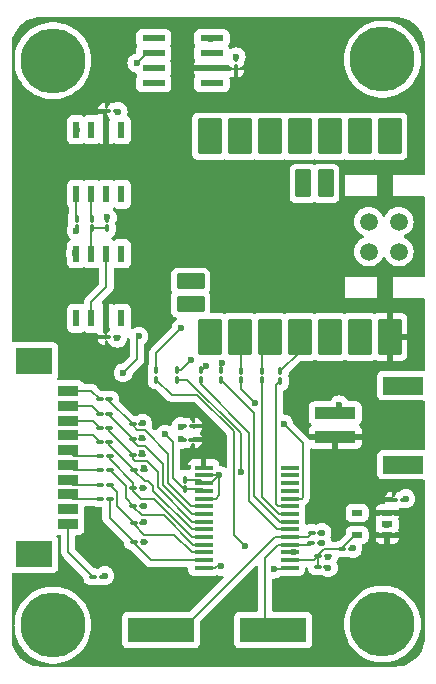
<source format=gbr>
%TF.GenerationSoftware,KiCad,Pcbnew,8.0.7*%
%TF.CreationDate,2025-01-13T12:12:40+05:30*%
%TF.ProjectId,STHDAQ_BX,53544844-4151-45f4-9258-2e6b69636164,rev?*%
%TF.SameCoordinates,Original*%
%TF.FileFunction,Copper,L1,Top*%
%TF.FilePolarity,Positive*%
%FSLAX46Y46*%
G04 Gerber Fmt 4.6, Leading zero omitted, Abs format (unit mm)*
G04 Created by KiCad (PCBNEW 8.0.7) date 2025-01-13 12:12:40*
%MOMM*%
%LPD*%
G01*
G04 APERTURE LIST*
G04 Aperture macros list*
%AMRoundRect*
0 Rectangle with rounded corners*
0 $1 Rounding radius*
0 $2 $3 $4 $5 $6 $7 $8 $9 X,Y pos of 4 corners*
0 Add a 4 corners polygon primitive as box body*
4,1,4,$2,$3,$4,$5,$6,$7,$8,$9,$2,$3,0*
0 Add four circle primitives for the rounded corners*
1,1,$1+$1,$2,$3*
1,1,$1+$1,$4,$5*
1,1,$1+$1,$6,$7*
1,1,$1+$1,$8,$9*
0 Add four rect primitives between the rounded corners*
20,1,$1+$1,$2,$3,$4,$5,0*
20,1,$1+$1,$4,$5,$6,$7,0*
20,1,$1+$1,$6,$7,$8,$9,0*
20,1,$1+$1,$8,$9,$2,$3,0*%
G04 Aperture macros list end*
%TA.AperFunction,SMDPad,CuDef*%
%ADD10R,1.981200X0.533400*%
%TD*%
%TA.AperFunction,SMDPad,CuDef*%
%ADD11R,3.500000X1.000000*%
%TD*%
%TA.AperFunction,SMDPad,CuDef*%
%ADD12R,3.400000X1.500000*%
%TD*%
%TA.AperFunction,ComponentPad*%
%ADD13C,3.600000*%
%TD*%
%TA.AperFunction,ConnectorPad*%
%ADD14C,5.500000*%
%TD*%
%TA.AperFunction,SMDPad,CuDef*%
%ADD15R,0.946899X0.508000*%
%TD*%
%TA.AperFunction,SMDPad,CuDef*%
%ADD16RoundRect,0.100000X0.100000X-0.217500X0.100000X0.217500X-0.100000X0.217500X-0.100000X-0.217500X0*%
%TD*%
%TA.AperFunction,SMDPad,CuDef*%
%ADD17RoundRect,0.100000X-0.217500X-0.100000X0.217500X-0.100000X0.217500X0.100000X-0.217500X0.100000X0*%
%TD*%
%TA.AperFunction,SMDPad,CuDef*%
%ADD18RoundRect,0.100000X-0.100000X0.217500X-0.100000X-0.217500X0.100000X-0.217500X0.100000X0.217500X0*%
%TD*%
%TA.AperFunction,SMDPad,CuDef*%
%ADD19RoundRect,0.100000X0.217500X0.100000X-0.217500X0.100000X-0.217500X-0.100000X0.217500X-0.100000X0*%
%TD*%
%TA.AperFunction,SMDPad,CuDef*%
%ADD20R,5.600000X2.100000*%
%TD*%
%TA.AperFunction,SMDPad,CuDef*%
%ADD21R,0.558000X1.454899*%
%TD*%
%TA.AperFunction,SMDPad,CuDef*%
%ADD22R,1.701800X0.812800*%
%TD*%
%TA.AperFunction,SMDPad,CuDef*%
%ADD23R,3.098800X2.209800*%
%TD*%
%TA.AperFunction,SMDPad,CuDef*%
%ADD24RoundRect,0.030000X-0.970000X1.470000X-0.970000X-1.470000X0.970000X-1.470000X0.970000X1.470000X0*%
%TD*%
%TA.AperFunction,SMDPad,CuDef*%
%ADD25RoundRect,0.026000X-0.624000X1.124000X-0.624000X-1.124000X0.624000X-1.124000X0.624000X1.124000X0*%
%TD*%
%TA.AperFunction,SMDPad,CuDef*%
%ADD26RoundRect,0.026000X-1.124000X0.624000X-1.124000X-0.624000X1.124000X-0.624000X1.124000X0.624000X0*%
%TD*%
%TA.AperFunction,SMDPad,CuDef*%
%ADD27C,1.500000*%
%TD*%
%TA.AperFunction,SMDPad,CuDef*%
%ADD28R,1.639799X0.431000*%
%TD*%
%TA.AperFunction,ViaPad*%
%ADD29C,0.600000*%
%TD*%
%TA.AperFunction,Conductor*%
%ADD30C,0.200000*%
%TD*%
G04 APERTURE END LIST*
D10*
%TO.P,U6,1,DNC*%
%TO.N,unconnected-(U6-DNC-Pad1)*%
X187463800Y-86105000D03*
%TO.P,U6,2,VIN*%
%TO.N,5VCC*%
X187463800Y-84835000D03*
%TO.P,U6,3,\u002ASHDN*%
%TO.N,unconnected-(U6-\u002ASHDN-Pad3)*%
X187463800Y-83565000D03*
%TO.P,U6,4,GND*%
%TO.N,Earth*%
X187463800Y-82295000D03*
%TO.P,U6,5,DNC*%
%TO.N,unconnected-(U6-DNC-Pad5)*%
X182536200Y-82295000D03*
%TO.P,U6,6,VOUT*%
%TO.N,5BVCC*%
X182536200Y-83565000D03*
%TO.P,U6,7,DNC*%
%TO.N,unconnected-(U6-DNC-Pad7)*%
X182536200Y-84835000D03*
%TO.P,U6,8,DNC*%
%TO.N,unconnected-(U6-DNC-Pad8)*%
X182536200Y-86105000D03*
%TD*%
D11*
%TO.P,P1,2,2*%
%TO.N,Earth*%
X197915000Y-114060000D03*
%TO.P,P1,1,1*%
%TO.N,5VCC*%
X197915000Y-116060000D03*
D12*
%TO.P,P1,P2*%
%TO.N,N/C*%
X203665000Y-111710000D03*
%TO.P,P1,P1*%
X203665000Y-118410000D03*
%TD*%
D13*
%TO.P,H4,1*%
%TO.N,N/C*%
X201900000Y-131900000D03*
D14*
X201900000Y-131900000D03*
%TD*%
D13*
%TO.P,H3,1*%
%TO.N,N/C*%
X174000000Y-132000000D03*
D14*
X174000000Y-132000000D03*
%TD*%
%TO.P,H2,1*%
%TO.N,N/C*%
X174000000Y-84200000D03*
D13*
X174000000Y-84200000D03*
%TD*%
%TO.P,H1,1*%
%TO.N,N/C*%
X201900000Y-84100000D03*
D14*
X201900000Y-84100000D03*
%TD*%
D15*
%TO.P,U2,5,VOUT*%
%TO.N,REF3.3*%
X199746449Y-124380001D03*
%TO.P,U2,4,NC*%
%TO.N,unconnected-(U2-NC-Pad4)*%
X199746449Y-122479999D03*
%TO.P,U2,3,EN*%
%TO.N,5VCC*%
X202293551Y-122479999D03*
%TO.P,U2,2,GND*%
%TO.N,Earth*%
X202293551Y-123430000D03*
%TO.P,U2,1,VIN*%
%TO.N,5VCC*%
X202293551Y-124380001D03*
%TD*%
D16*
%TO.P,R13,1*%
%TO.N,/RESET*%
X182770000Y-111217500D03*
%TO.P,R13,2*%
%TO.N,Net-(U5-A3{slash}D3)*%
X182770000Y-110402500D03*
%TD*%
D17*
%TO.P,R8,1*%
%TO.N,Net-(J1-Pad6)*%
X177982500Y-118890000D03*
%TO.P,R8,2*%
%TO.N,/S3-*%
X178797500Y-118890000D03*
%TD*%
D18*
%TO.P,R1,1*%
%TO.N,Net-(U4-VOUT)*%
X177300000Y-97592500D03*
%TO.P,R1,2*%
%TO.N,Net-(U3-IN+)*%
X177300000Y-98407500D03*
%TD*%
D17*
%TO.P,C9,1*%
%TO.N,Earth*%
X184980000Y-116290000D03*
%TO.P,C9,2*%
%TO.N,5VCC*%
X185795000Y-116290000D03*
%TD*%
D19*
%TO.P,C1,1*%
%TO.N,Earth*%
X203727500Y-121380000D03*
%TO.P,C1,2*%
%TO.N,5VCC*%
X202912500Y-121380000D03*
%TD*%
D20*
%TO.P,Y1,1*%
%TO.N,/XTAL2*%
X192650000Y-132400000D03*
%TO.P,Y1,2*%
%TO.N,/XTAL1*%
X183150000Y-132400000D03*
%TD*%
D19*
%TO.P,C7,1*%
%TO.N,Earth*%
X179407500Y-107600000D03*
%TO.P,C7,2*%
%TO.N,5VCC*%
X178592500Y-107600000D03*
%TD*%
D17*
%TO.P,C8,1*%
%TO.N,Earth*%
X185015000Y-115140000D03*
%TO.P,C8,2*%
%TO.N,5VCC*%
X185830000Y-115140000D03*
%TD*%
D18*
%TO.P,R16,1*%
%TO.N,Net-(U5-D10{slash}MOSI)*%
X193260000Y-110492500D03*
%TO.P,R16,2*%
%TO.N,/DIN*%
X193260000Y-111307500D03*
%TD*%
D19*
%TO.P,C3,1*%
%TO.N,Earth*%
X179407500Y-88500000D03*
%TO.P,C3,2*%
%TO.N,5VCC*%
X178592500Y-88500000D03*
%TD*%
D21*
%TO.P,U3,1,NC*%
%TO.N,unconnected-(U3-NC-Pad1)*%
X179800000Y-100557304D03*
%TO.P,U3,2,IN-*%
%TO.N,REF2.5*%
X178530000Y-100557304D03*
%TO.P,U3,3,IN+*%
%TO.N,Net-(U3-IN+)*%
X177260000Y-100557304D03*
%TO.P,U3,4,V-*%
%TO.N,Earth*%
X175990000Y-100557304D03*
%TO.P,U3,5,NC*%
%TO.N,unconnected-(U3-NC-Pad5)*%
X175990000Y-106000000D03*
%TO.P,U3,6,OUTPUT*%
%TO.N,REF2.5*%
X177260000Y-106000000D03*
%TO.P,U3,7,V+*%
%TO.N,5VCC*%
X178530000Y-106000000D03*
%TO.P,U3,8,NC*%
%TO.N,unconnected-(U3-NC-Pad8)*%
X179800000Y-106000000D03*
%TD*%
D22*
%TO.P,J1,1,1*%
%TO.N,Net-(J1-Pad1)*%
X175304500Y-112175000D03*
%TO.P,J1,2,2*%
%TO.N,Net-(J1-Pad2)*%
X175304500Y-113425000D03*
%TO.P,J1,3,3*%
%TO.N,Net-(J1-Pad3)*%
X175304500Y-114675000D03*
%TO.P,J1,4,4*%
%TO.N,Net-(J1-Pad4)*%
X175304500Y-115925000D03*
%TO.P,J1,5,5*%
%TO.N,Net-(J1-Pad5)*%
X175304500Y-117175000D03*
%TO.P,J1,6,6*%
%TO.N,Net-(J1-Pad6)*%
X175304500Y-118425000D03*
%TO.P,J1,7,7*%
%TO.N,Net-(J1-Pad7)*%
X175304500Y-119675000D03*
%TO.P,J1,8,8*%
%TO.N,Net-(J1-Pad8)*%
X175304500Y-120925000D03*
%TO.P,J1,9,9*%
%TO.N,Earth*%
X175304500Y-122175000D03*
%TO.P,J1,10,10*%
%TO.N,5BVCC*%
X175304500Y-123425000D03*
D23*
%TO.P,J1,11*%
%TO.N,N/C*%
X172404501Y-125975000D03*
%TO.P,J1,12*%
X172404501Y-109625000D03*
%TD*%
D19*
%TO.P,C23,1*%
%TO.N,Earth*%
X178207500Y-127900000D03*
%TO.P,C23,2*%
%TO.N,5BVCC*%
X177392500Y-127900000D03*
%TD*%
D17*
%TO.P,C21,1*%
%TO.N,/S4-*%
X180862500Y-124960000D03*
%TO.P,C21,2*%
%TO.N,Earth*%
X181677500Y-124960000D03*
%TD*%
%TO.P,R7,1*%
%TO.N,Net-(J1-Pad5)*%
X177982500Y-117690000D03*
%TO.P,R7,2*%
%TO.N,/S3+*%
X178797500Y-117690000D03*
%TD*%
D18*
%TO.P,R14,2*%
%TO.N,/SCLK*%
X189930000Y-111257500D03*
%TO.P,R14,1*%
%TO.N,Net-(U5-D8{slash}SCK)*%
X189930000Y-110442500D03*
%TD*%
D19*
%TO.P,C10,1*%
%TO.N,Earth*%
X197240000Y-127070000D03*
%TO.P,C10,2*%
%TO.N,REF3.3*%
X196425000Y-127070000D03*
%TD*%
D17*
%TO.P,C17,1*%
%TO.N,/S2-*%
X180872500Y-118850000D03*
%TO.P,C17,2*%
%TO.N,Earth*%
X181687500Y-118850000D03*
%TD*%
D19*
%TO.P,C11,1*%
%TO.N,Earth*%
X197250000Y-126110000D03*
%TO.P,C11,2*%
%TO.N,REF3.3*%
X196435000Y-126110000D03*
%TD*%
D17*
%TO.P,R9,1*%
%TO.N,Net-(J1-Pad7)*%
X177982500Y-120090000D03*
%TO.P,R9,2*%
%TO.N,/S4+*%
X178797500Y-120090000D03*
%TD*%
%TO.P,C20,1*%
%TO.N,/S4+*%
X180842500Y-123350000D03*
%TO.P,C20,2*%
%TO.N,Earth*%
X181657500Y-123350000D03*
%TD*%
D24*
%TO.P,U5,0,A0/D0*%
%TO.N,Net-(U5-A0{slash}D0)*%
X202520000Y-90600000D03*
%TO.P,U5,1,A1/D1*%
%TO.N,Net-(U5-A1{slash}D1)*%
X199980000Y-90600000D03*
%TO.P,U5,2,A2/D2*%
%TO.N,Net-(U5-A2{slash}D2)*%
X197440000Y-90600000D03*
%TO.P,U5,3,A3/D3*%
%TO.N,Net-(U5-A3{slash}D3)*%
X194900000Y-90600000D03*
%TO.P,U5,3V3,3V3*%
%TO.N,unconnected-(U5-Pad3V3)*%
X197440000Y-107600000D03*
%TO.P,U5,4,A4/D4*%
%TO.N,unconnected-(U5-A4{slash}D4-Pad4)*%
X192360000Y-90600000D03*
%TO.P,U5,5,A5/D5*%
%TO.N,unconnected-(U5-A5{slash}D5-Pad5)*%
X189820000Y-90600000D03*
%TO.P,U5,6,D6/TX*%
%TO.N,unconnected-(U5-D6{slash}TX-Pad6)*%
X187280000Y-90600000D03*
%TO.P,U5,7,D7/RX*%
%TO.N,unconnected-(U5-D7{slash}RX-Pad7)*%
X187280000Y-107600000D03*
%TO.P,U5,8,D8/SCK*%
%TO.N,Net-(U5-D8{slash}SCK)*%
X189820000Y-107600000D03*
%TO.P,U5,9,D9/MISO*%
%TO.N,Net-(U5-D9{slash}MISO)*%
X192360000Y-107600000D03*
%TO.P,U5,10,D10/MOSI*%
%TO.N,Net-(U5-D10{slash}MOSI)*%
X194900000Y-107600000D03*
D25*
%TO.P,U5,BAT_N,BAT-*%
%TO.N,unconnected-(U5-BAT--PadBAT_N)*%
X197100000Y-94600000D03*
%TO.P,U5,BAT_P,BAT+*%
%TO.N,unconnected-(U5-BAT+-PadBAT_P)*%
X195200000Y-94600000D03*
D24*
%TO.P,U5,GND,GND*%
%TO.N,Earth*%
X199980000Y-107600000D03*
D26*
%TO.P,U5,NFC1,NFC1*%
%TO.N,unconnected-(U5-PadNFC1)*%
X185650000Y-102900000D03*
%TO.P,U5,NFC2,NFC2*%
%TO.N,unconnected-(U5-PadNFC2)*%
X185650000Y-104800000D03*
D27*
%TO.P,U5,TP1,GND__1*%
%TO.N,unconnected-(U5-GND__1-PadTP1)*%
X200750000Y-100370000D03*
%TO.P,U5,TP2,~{RST}*%
%TO.N,unconnected-(U5-~{RST}-PadTP2)*%
X200750000Y-97830000D03*
%TO.P,U5,TP3,CLK*%
%TO.N,unconnected-(U5-CLK-PadTP3)*%
X203290000Y-100370000D03*
%TO.P,U5,TP5,DIO*%
%TO.N,unconnected-(U5-DIO-PadTP5)*%
X203290000Y-97830000D03*
D24*
%TO.P,U5,VUSB,VUSB*%
%TO.N,5VCC*%
X202520000Y-107600000D03*
%TD*%
D16*
%TO.P,R2,1*%
%TO.N,/DRDY*%
X188210000Y-111237500D03*
%TO.P,R2,2*%
%TO.N,Net-(U5-A0{slash}D0)*%
X188210000Y-110422500D03*
%TD*%
D18*
%TO.P,R15,1*%
%TO.N,Net-(U5-D9{slash}MISO)*%
X191700000Y-110462500D03*
%TO.P,R15,2*%
%TO.N,/DOUT*%
X191700000Y-111277500D03*
%TD*%
%TO.P,C6,1*%
%TO.N,Earth*%
X185190000Y-119682500D03*
%TO.P,C6,2*%
%TO.N,REF2.5*%
X185190000Y-120497500D03*
%TD*%
%TO.P,C22,1*%
%TO.N,Earth*%
X189500000Y-83992500D03*
%TO.P,C22,2*%
%TO.N,5VCC*%
X189500000Y-84807500D03*
%TD*%
D17*
%TO.P,R3,1*%
%TO.N,Net-(J1-Pad1)*%
X177967500Y-112890000D03*
%TO.P,R3,2*%
%TO.N,/S1+*%
X178782500Y-112890000D03*
%TD*%
%TO.P,C16,1*%
%TO.N,/S2+*%
X180752500Y-117560000D03*
%TO.P,C16,2*%
%TO.N,Earth*%
X181567500Y-117560000D03*
%TD*%
D19*
%TO.P,C13,1*%
%TO.N,Earth*%
X196707500Y-125010000D03*
%TO.P,C13,2*%
%TO.N,/XTAL2*%
X195892500Y-125010000D03*
%TD*%
D17*
%TO.P,R4,1*%
%TO.N,Net-(J1-Pad2)*%
X177967500Y-114090000D03*
%TO.P,R4,2*%
%TO.N,/S1-*%
X178782500Y-114090000D03*
%TD*%
%TO.P,C18,2*%
%TO.N,Earth*%
X181587500Y-120400000D03*
%TO.P,C18,1*%
%TO.N,/S3+*%
X180772500Y-120400000D03*
%TD*%
%TO.P,R6,1*%
%TO.N,Net-(J1-Pad4)*%
X177975000Y-116490000D03*
%TO.P,R6,2*%
%TO.N,/S2-*%
X178790000Y-116490000D03*
%TD*%
D16*
%TO.P,R11,1*%
%TO.N,/CS*%
X186530000Y-111217500D03*
%TO.P,R11,2*%
%TO.N,Net-(U5-A1{slash}D1)*%
X186530000Y-110402500D03*
%TD*%
D17*
%TO.P,R5,1*%
%TO.N,Net-(J1-Pad3)*%
X177967500Y-115290000D03*
%TO.P,R5,2*%
%TO.N,/S2+*%
X178782500Y-115290000D03*
%TD*%
%TO.P,C14,1*%
%TO.N,/S1+*%
X180740000Y-115000000D03*
%TO.P,C14,2*%
%TO.N,Earth*%
X181555000Y-115000000D03*
%TD*%
D21*
%TO.P,U4,1,DNC*%
%TO.N,unconnected-(U4-DNC-Pad1)*%
X179800000Y-90057304D03*
%TO.P,U4,2,VIN*%
%TO.N,5VCC*%
X178530000Y-90057304D03*
%TO.P,U4,3,TEMP*%
%TO.N,unconnected-(U4-TEMP-Pad3)*%
X177260000Y-90057304D03*
%TO.P,U4,4,GND*%
%TO.N,Earth*%
X175990000Y-90057304D03*
%TO.P,U4,5,TRIM/NR*%
%TO.N,Net-(U4-TRIM{slash}NR)*%
X175990000Y-95500000D03*
%TO.P,U4,6,VOUT*%
%TO.N,Net-(U4-VOUT)*%
X177260000Y-95500000D03*
%TO.P,U4,7,NC*%
%TO.N,unconnected-(U4-NC-Pad7)*%
X178530000Y-95500000D03*
%TO.P,U4,8,DNC*%
%TO.N,unconnected-(U4-DNC-Pad8)*%
X179800000Y-95500000D03*
%TD*%
D18*
%TO.P,C5,1*%
%TO.N,Earth*%
X178600000Y-97592500D03*
%TO.P,C5,2*%
%TO.N,Net-(U3-IN+)*%
X178600000Y-98407500D03*
%TD*%
D19*
%TO.P,C12,1*%
%TO.N,Earth*%
X196727500Y-124170000D03*
%TO.P,C12,2*%
%TO.N,/XTAL1*%
X195912500Y-124170000D03*
%TD*%
D16*
%TO.P,R12,1*%
%TO.N,/SYNC{slash}PDWN*%
X184510000Y-111217500D03*
%TO.P,R12,2*%
%TO.N,Net-(U5-A2{slash}D2)*%
X184510000Y-110402500D03*
%TD*%
D28*
%TO.P,U1,1,AVDD*%
%TO.N,5VCC*%
X186767800Y-118675000D03*
%TO.P,U1,2,AGND*%
%TO.N,Earth*%
X186767800Y-119325001D03*
%TO.P,U1,3,VREFN*%
X186767800Y-119975000D03*
%TO.P,U1,4,VREFP*%
%TO.N,REF2.5*%
X186767800Y-120625001D03*
%TO.P,U1,5,AINCOM*%
%TO.N,Earth*%
X186767800Y-121274999D03*
%TO.P,U1,6,AIN0*%
%TO.N,/S1+*%
X186767800Y-121925001D03*
%TO.P,U1,7,AIN1*%
%TO.N,/S1-*%
X186767800Y-122574999D03*
%TO.P,U1,8,AIN2*%
%TO.N,/S2+*%
X186767800Y-123224998D03*
%TO.P,U1,9,AIN3*%
%TO.N,/S2-*%
X186767800Y-123874999D03*
%TO.P,U1,10,AIN4*%
%TO.N,/S3+*%
X186767800Y-124524998D03*
%TO.P,U1,11,AIN5*%
%TO.N,/S3-*%
X186767800Y-125174999D03*
%TO.P,U1,12,AIN6*%
%TO.N,/S4+*%
X186767800Y-125824998D03*
%TO.P,U1,13,AIN7*%
%TO.N,/S4-*%
X186767800Y-126474999D03*
%TO.P,U1,14,\u002ASYNC/\u002APDWN*%
%TO.N,/SYNC{slash}PDWN*%
X186767800Y-127124998D03*
%TO.P,U1,15,\u002ARESET*%
%TO.N,/RESET*%
X194032200Y-127125000D03*
%TO.P,U1,16,DVDD*%
%TO.N,REF3.3*%
X194032200Y-126474999D03*
%TO.P,U1,17,DGND*%
%TO.N,Earth*%
X194032200Y-125825000D03*
%TO.P,U1,18,XTAL2*%
%TO.N,/XTAL2*%
X194032200Y-125174999D03*
%TO.P,U1,19,XTAL1/CLKIN*%
%TO.N,/XTAL1*%
X194032200Y-124525001D03*
%TO.P,U1,20,\u002ACS*%
%TO.N,/CS*%
X194032200Y-123874999D03*
%TO.P,U1,21,\u002ADRDY*%
%TO.N,/DRDY*%
X194032200Y-123225001D03*
%TO.P,U1,22,DOUT*%
%TO.N,/DOUT*%
X194032200Y-122574999D03*
%TO.P,U1,23,DIN*%
%TO.N,/DIN*%
X194032200Y-121925001D03*
%TO.P,U1,24,SCLK*%
%TO.N,/SCLK*%
X194032200Y-121274999D03*
%TO.P,U1,25,D0/CLKOUT*%
%TO.N,unconnected-(U1-D0{slash}CLKOUT-Pad25)*%
X194032200Y-120625001D03*
%TO.P,U1,26,D1*%
%TO.N,unconnected-(U1-D1-Pad26)*%
X194032200Y-119975000D03*
%TO.P,U1,27,D2*%
%TO.N,unconnected-(U1-D2-Pad27)*%
X194032200Y-119325001D03*
%TO.P,U1,28,D3*%
%TO.N,unconnected-(U1-D3-Pad28)*%
X194032200Y-118675000D03*
%TD*%
D19*
%TO.P,C2,1*%
%TO.N,Earth*%
X199317500Y-125540000D03*
%TO.P,C2,2*%
%TO.N,REF3.3*%
X198502500Y-125540000D03*
%TD*%
D17*
%TO.P,R10,1*%
%TO.N,Net-(J1-Pad8)*%
X177982500Y-121290000D03*
%TO.P,R10,2*%
%TO.N,/S4-*%
X178797500Y-121290000D03*
%TD*%
D16*
%TO.P,C4,1*%
%TO.N,Earth*%
X176000000Y-98407500D03*
%TO.P,C4,2*%
%TO.N,Net-(U4-TRIM{slash}NR)*%
X176000000Y-97592500D03*
%TD*%
D17*
%TO.P,C19,2*%
%TO.N,Earth*%
X181637500Y-121940000D03*
%TO.P,C19,1*%
%TO.N,/S3-*%
X180822500Y-121940000D03*
%TD*%
%TO.P,C15,2*%
%TO.N,Earth*%
X181555000Y-116200000D03*
%TO.P,C15,1*%
%TO.N,/S1-*%
X180740000Y-116200000D03*
%TD*%
D29*
%TO.N,Net-(U5-A3{slash}D3)*%
X194900000Y-90600000D03*
%TO.N,Net-(U5-A2{slash}D2)*%
X197440000Y-90600000D03*
%TO.N,Net-(U5-A1{slash}D1)*%
X199980000Y-90600000D03*
%TO.N,Net-(U5-A0{slash}D0)*%
X202520000Y-90600000D03*
%TO.N,Net-(U5-A3{slash}D3)*%
X184840000Y-106880000D03*
%TO.N,5BVCC*%
X181110000Y-84403900D03*
X181280000Y-107550000D03*
%TO.N,REF2.5*%
X177260000Y-106000000D03*
X183490000Y-115820000D03*
%TO.N,Earth*%
X184832500Y-115180000D03*
X184857500Y-116260000D03*
X188070000Y-119300000D03*
X178400000Y-127810000D03*
X194390000Y-125820000D03*
X196780000Y-124160000D03*
X196820000Y-125040000D03*
X197310000Y-127150000D03*
X197330000Y-126240000D03*
X199390000Y-125490000D03*
X202310000Y-123500000D03*
X203870000Y-121290000D03*
X198250000Y-113350000D03*
X199930000Y-107600000D03*
X189510000Y-83880000D03*
X187380000Y-82400000D03*
X179520000Y-88510000D03*
X176030000Y-90080000D03*
X178600000Y-97480000D03*
X175970000Y-98590000D03*
X175910000Y-100530000D03*
X179460000Y-107700000D03*
X181590000Y-114890000D03*
X181540000Y-116120000D03*
X181552500Y-117460000D03*
X181702500Y-118730000D03*
X181619039Y-120409428D03*
X181672500Y-121880000D03*
X181722500Y-124930000D03*
X181672500Y-123290000D03*
X174970000Y-122160000D03*
%TO.N,5BVCC*%
X175230000Y-123480000D03*
X179948554Y-110631446D03*
%TO.N,/SYNC{slash}PDWN*%
X188240000Y-127020000D03*
X189920000Y-119020000D03*
%TO.N,Net-(U5-A2{slash}D2)*%
X185720000Y-109550000D03*
%TO.N,Net-(U5-A1{slash}D1)*%
X186990000Y-110040000D03*
%TO.N,Net-(U5-A0{slash}D0)*%
X188300000Y-109810000D03*
%TO.N,/SCLK*%
X191100000Y-113210000D03*
X193530000Y-114960000D03*
%TO.N,/RESET*%
X192720000Y-127250000D03*
X190240000Y-125280000D03*
%TD*%
D30*
%TO.N,Net-(U5-A3{slash}D3)*%
X194160000Y-91340000D02*
X194900000Y-90600000D01*
%TO.N,Net-(U5-A2{slash}D2)*%
X198251000Y-91411000D02*
X197440000Y-90600000D01*
%TO.N,Net-(U5-A1{slash}D1)*%
X199980000Y-91510000D02*
X199980000Y-90600000D01*
%TO.N,Net-(U5-A3{slash}D3)*%
X182770000Y-108950000D02*
X184840000Y-106880000D01*
X182770000Y-109150000D02*
X182770000Y-108950000D01*
X182770000Y-110402500D02*
X182770000Y-109150000D01*
%TO.N,REF2.5*%
X184160000Y-116490000D02*
X183490000Y-115820000D01*
X184160000Y-119538456D02*
X184160000Y-116490000D01*
X185119044Y-120497500D02*
X184160000Y-119538456D01*
X185190000Y-120497500D02*
X185119044Y-120497500D01*
%TO.N,/RESET*%
X186235736Y-112500000D02*
X189320000Y-115584264D01*
X189320000Y-115584264D02*
X189320000Y-124360000D01*
X184052500Y-112500000D02*
X186235736Y-112500000D01*
X189320000Y-124360000D02*
X190240000Y-125280000D01*
X182770000Y-111217500D02*
X184052500Y-112500000D01*
%TO.N,/SYNC{slash}PDWN*%
X189920000Y-115760000D02*
X189920000Y-119020000D01*
X185377500Y-111217500D02*
X189920000Y-115760000D01*
X184510000Y-111217500D02*
X185377500Y-111217500D01*
%TO.N,/CS*%
X190640000Y-115710000D02*
X186530000Y-111600000D01*
X186530000Y-111600000D02*
X186530000Y-111217500D01*
X190640000Y-121502698D02*
X190640000Y-115710000D01*
X194032200Y-123874999D02*
X193012301Y-123874999D01*
X193012301Y-123874999D02*
X190640000Y-121502698D01*
%TO.N,5BVCC*%
X181110000Y-107720000D02*
X181280000Y-107550000D01*
X181110000Y-109470000D02*
X181110000Y-107720000D01*
X181110000Y-84403900D02*
X181948900Y-83565000D01*
X181948900Y-83565000D02*
X182536200Y-83565000D01*
X179948554Y-110631446D02*
X181110000Y-109470000D01*
%TO.N,REF2.5*%
X178530000Y-103350000D02*
X178530000Y-100557304D01*
X177260000Y-104620000D02*
X178530000Y-103350000D01*
X177260000Y-106000000D02*
X177260000Y-104620000D01*
X178470000Y-100617304D02*
X178530000Y-100557304D01*
%TO.N,/S4-*%
X180862500Y-125030956D02*
X182306543Y-126474999D01*
X180862500Y-124960000D02*
X180862500Y-125030956D01*
X182306543Y-126474999D02*
X186767800Y-126474999D01*
%TO.N,/S4+*%
X184287402Y-124330000D02*
X185782400Y-125824998D01*
X181751544Y-124330000D02*
X184287402Y-124330000D01*
X180842500Y-123420956D02*
X181751544Y-124330000D01*
X180842500Y-123350000D02*
X180842500Y-123420956D01*
X185782400Y-125824998D02*
X186767800Y-125824998D01*
%TO.N,/S3-*%
X185866715Y-125174999D02*
X186767800Y-125174999D01*
X183381716Y-122690000D02*
X185866715Y-125174999D01*
X180822500Y-122010956D02*
X181501544Y-122690000D01*
X181501544Y-122690000D02*
X183381716Y-122690000D01*
X180822500Y-121940000D02*
X180822500Y-122010956D01*
%TO.N,/S3+*%
X185782400Y-124524998D02*
X186767800Y-124524998D01*
X181452501Y-121280000D02*
X182537402Y-121280000D01*
X182537402Y-121280000D02*
X185782400Y-124524998D01*
X180772500Y-120599999D02*
X181452501Y-121280000D01*
X180772500Y-120400000D02*
X180772500Y-120599999D01*
%TO.N,/S2-*%
X182039428Y-119809428D02*
X182480000Y-120250000D01*
X181760972Y-119809428D02*
X182039428Y-119809428D01*
X182480000Y-120607098D02*
X185747901Y-123874999D01*
X180872500Y-118920956D02*
X181760972Y-119809428D01*
X180872500Y-118850000D02*
X180872500Y-118920956D01*
X182480000Y-120250000D02*
X182480000Y-120607098D01*
X185747901Y-123874999D02*
X186767800Y-123874999D01*
%TO.N,/S2+*%
X180752500Y-117932500D02*
X180752500Y-117560000D01*
X180950000Y-118130000D02*
X180752500Y-117932500D01*
X182880000Y-120322598D02*
X182880000Y-119058971D01*
X182880000Y-119058971D02*
X181951029Y-118130000D01*
X181951029Y-118130000D02*
X180950000Y-118130000D01*
X185782400Y-123224998D02*
X182880000Y-120322598D01*
X186767800Y-123224998D02*
X185782400Y-123224998D01*
%TO.N,/S2-*%
X178790000Y-116767500D02*
X178790000Y-116490000D01*
X180872500Y-118850000D02*
X178790000Y-116767500D01*
%TO.N,/S3+*%
X178797500Y-117967500D02*
X178797500Y-117690000D01*
X180772500Y-119942500D02*
X178797500Y-117967500D01*
X180772500Y-120400000D02*
X180772500Y-119942500D01*
%TO.N,/S1-*%
X185782399Y-122574999D02*
X186767800Y-122574999D01*
X183360000Y-118390000D02*
X183360000Y-120152600D01*
X181200001Y-116860000D02*
X181830000Y-116860000D01*
X180740000Y-116399999D02*
X181200001Y-116860000D01*
X183360000Y-120152600D02*
X185782399Y-122574999D01*
X180740000Y-116200000D02*
X180740000Y-116399999D01*
X181830000Y-116860000D02*
X183360000Y-118390000D01*
%TO.N,/S2+*%
X178782500Y-115590000D02*
X178782500Y-115290000D01*
X180752500Y-117560000D02*
X178782500Y-115590000D01*
%TO.N,/S1+*%
X183760000Y-119953456D02*
X185731545Y-121925001D01*
X181770000Y-115500000D02*
X183760000Y-117490000D01*
X181160000Y-115500000D02*
X181770000Y-115500000D01*
X185731545Y-121925001D02*
X186767800Y-121925001D01*
X180740000Y-115080000D02*
X181160000Y-115500000D01*
X183760000Y-117490000D02*
X183760000Y-119953456D01*
X180740000Y-115000000D02*
X180740000Y-115080000D01*
X178782500Y-113042500D02*
X178782500Y-112890000D01*
X180740000Y-115000000D02*
X178782500Y-113042500D01*
%TO.N,/S1-*%
X178782500Y-114242500D02*
X178782500Y-114090000D01*
X180740000Y-116200000D02*
X178782500Y-114242500D01*
%TO.N,/S3-*%
X180155000Y-120247500D02*
X178797500Y-118890000D01*
X180822500Y-121940000D02*
X180155000Y-121272500D01*
X180155000Y-121272500D02*
X180155000Y-120247500D01*
%TO.N,/S4+*%
X179415000Y-120707500D02*
X178797500Y-120090000D01*
X179415000Y-121922500D02*
X179415000Y-120707500D01*
X180842500Y-123350000D02*
X179415000Y-121922500D01*
%TO.N,/S4-*%
X178797500Y-122895000D02*
X178797500Y-121290000D01*
X180862500Y-124960000D02*
X178797500Y-122895000D01*
%TO.N,Earth*%
X186475300Y-119682500D02*
X186767800Y-119975000D01*
X185190000Y-119682500D02*
X186475300Y-119682500D01*
X188070000Y-120992698D02*
X188070000Y-119300000D01*
X187787699Y-121274999D02*
X188070000Y-120992698D01*
X186767800Y-121274999D02*
X187787699Y-121274999D01*
X187395000Y-119975000D02*
X188070000Y-119300000D01*
X186767800Y-119975000D02*
X187395000Y-119975000D01*
X188044999Y-119325001D02*
X188070000Y-119300000D01*
X186767800Y-119325001D02*
X188044999Y-119325001D01*
%TO.N,/SYNC{slash}PDWN*%
X187753200Y-127124998D02*
X186767800Y-127124998D01*
X187858198Y-127020000D02*
X187753200Y-127124998D01*
X188240000Y-127020000D02*
X187858198Y-127020000D01*
%TO.N,Net-(J1-Pad8)*%
X175669500Y-121290000D02*
X175304500Y-120925000D01*
X177982500Y-121290000D02*
X175669500Y-121290000D01*
%TO.N,Net-(J1-Pad7)*%
X175719500Y-120090000D02*
X175304500Y-119675000D01*
X177982500Y-120090000D02*
X175719500Y-120090000D01*
%TO.N,Net-(J1-Pad6)*%
X175769500Y-118890000D02*
X175304500Y-118425000D01*
X177982500Y-118890000D02*
X175769500Y-118890000D01*
%TO.N,Net-(J1-Pad5)*%
X175819500Y-117690000D02*
X175304500Y-117175000D01*
X177982500Y-117690000D02*
X175819500Y-117690000D01*
%TO.N,Net-(J1-Pad4)*%
X177975000Y-116490000D02*
X177410000Y-115925000D01*
X177410000Y-115925000D02*
X175304500Y-115925000D01*
%TO.N,Net-(J1-Pad3)*%
X177352500Y-114675000D02*
X175304500Y-114675000D01*
X177967500Y-115290000D02*
X177352500Y-114675000D01*
%TO.N,Net-(J1-Pad2)*%
X177302500Y-113425000D02*
X175304500Y-113425000D01*
X177967500Y-114090000D02*
X177302500Y-113425000D01*
%TO.N,Net-(J1-Pad1)*%
X177967500Y-112890000D02*
X177252500Y-112175000D01*
X177252500Y-112175000D02*
X175304500Y-112175000D01*
%TO.N,Net-(U4-TRIM{slash}NR)*%
X175990000Y-97582500D02*
X176000000Y-97592500D01*
X175990000Y-95500000D02*
X175990000Y-97582500D01*
%TO.N,Net-(U4-VOUT)*%
X177260000Y-97552500D02*
X177300000Y-97592500D01*
X177260000Y-95500000D02*
X177260000Y-97552500D01*
%TO.N,Net-(U3-IN+)*%
X177300000Y-98407500D02*
X178600000Y-98407500D01*
X177260000Y-98447500D02*
X177300000Y-98407500D01*
X177260000Y-100557304D02*
X177260000Y-98447500D01*
%TO.N,REF2.5*%
X186640299Y-120497500D02*
X186767800Y-120625001D01*
X185190000Y-120497500D02*
X186640299Y-120497500D01*
%TO.N,5BVCC*%
X175304500Y-125812000D02*
X175304500Y-123425000D01*
X177392500Y-127900000D02*
X175304500Y-125812000D01*
%TO.N,Net-(U5-A2{slash}D2)*%
X184867500Y-110402500D02*
X185720000Y-109550000D01*
X184510000Y-110402500D02*
X184867500Y-110402500D01*
%TO.N,Net-(U5-A1{slash}D1)*%
X186530000Y-110402500D02*
X186627500Y-110402500D01*
X186627500Y-110402500D02*
X186990000Y-110040000D01*
%TO.N,Net-(U5-A0{slash}D0)*%
X188210000Y-109900000D02*
X188300000Y-109810000D01*
X188210000Y-110422500D02*
X188210000Y-109900000D01*
%TO.N,Net-(U5-D8{slash}SCK)*%
X189930000Y-107710000D02*
X189820000Y-107600000D01*
X189930000Y-110442500D02*
X189930000Y-107710000D01*
%TO.N,Net-(U5-D9{slash}MISO)*%
X191700000Y-108260000D02*
X192360000Y-107600000D01*
X191700000Y-110462500D02*
X191700000Y-108260000D01*
%TO.N,Net-(U5-D10{slash}MOSI)*%
X194900000Y-108852500D02*
X194900000Y-107600000D01*
X193260000Y-110492500D02*
X194900000Y-108852500D01*
%TO.N,/SCLK*%
X189930000Y-112040000D02*
X189930000Y-111257500D01*
X191100000Y-113210000D02*
X189930000Y-112040000D01*
X195160000Y-116590000D02*
X193530000Y-114960000D01*
X195160000Y-121167098D02*
X195160000Y-116590000D01*
X195052099Y-121274999D02*
X195160000Y-121167098D01*
X194032200Y-121274999D02*
X195052099Y-121274999D01*
%TO.N,/DIN*%
X192900000Y-111667500D02*
X193260000Y-111307500D01*
X192900000Y-121778198D02*
X192900000Y-111667500D01*
X193046803Y-121925001D02*
X192900000Y-121778198D01*
X194032200Y-121925001D02*
X193046803Y-121925001D01*
%TO.N,/DOUT*%
X191700000Y-121174314D02*
X191700000Y-111277500D01*
X193100685Y-122574999D02*
X191700000Y-121174314D01*
X194032200Y-122574999D02*
X193100685Y-122574999D01*
%TO.N,/DRDY*%
X193185001Y-123225001D02*
X194032200Y-123225001D01*
X191040000Y-114067500D02*
X191040000Y-121080000D01*
X188210000Y-111237500D02*
X191040000Y-114067500D01*
X191040000Y-121080000D02*
X193185001Y-123225001D01*
%TO.N,/RESET*%
X193907200Y-127250000D02*
X194032200Y-127125000D01*
X192720000Y-127250000D02*
X193907200Y-127250000D01*
%TO.N,/XTAL2*%
X193046802Y-125174999D02*
X194032200Y-125174999D01*
X191950000Y-131700000D02*
X191950000Y-126271801D01*
X192650000Y-132400000D02*
X191950000Y-131700000D01*
X191950000Y-126271801D02*
X193046802Y-125174999D01*
%TO.N,/XTAL1*%
X195557499Y-124525001D02*
X194032200Y-124525001D01*
X195912500Y-124170000D02*
X195557499Y-124525001D01*
%TO.N,/XTAL2*%
X195727501Y-125174999D02*
X194032200Y-125174999D01*
X195892500Y-125010000D02*
X195727501Y-125174999D01*
%TO.N,REF3.3*%
X196070001Y-126474999D02*
X196435000Y-126110000D01*
X194032200Y-126474999D02*
X196070001Y-126474999D01*
X196425000Y-126120000D02*
X196435000Y-126110000D01*
X196425000Y-127070000D02*
X196425000Y-126120000D01*
X196934044Y-125540000D02*
X198502500Y-125540000D01*
X196435000Y-126039044D02*
X196934044Y-125540000D01*
X196435000Y-126110000D02*
X196435000Y-126039044D01*
X198502500Y-125469044D02*
X198502500Y-125540000D01*
X199591543Y-124380001D02*
X198502500Y-125469044D01*
X199746449Y-124380001D02*
X199591543Y-124380001D01*
%TO.N,/XTAL1*%
X184900000Y-132400000D02*
X192774999Y-124525001D01*
X192774999Y-124525001D02*
X194032200Y-124525001D01*
X183150000Y-132400000D02*
X184900000Y-132400000D01*
%TD*%
%TA.AperFunction,Conductor*%
%TO.N,5VCC*%
G36*
X203003736Y-80500726D02*
G01*
X203293796Y-80518271D01*
X203308659Y-80520076D01*
X203590798Y-80571780D01*
X203605335Y-80575363D01*
X203879172Y-80660695D01*
X203893163Y-80666000D01*
X204154743Y-80783727D01*
X204167989Y-80790680D01*
X204413465Y-80939075D01*
X204425776Y-80947573D01*
X204476879Y-80987609D01*
X204651573Y-81124473D01*
X204662781Y-81134403D01*
X204865596Y-81337218D01*
X204875526Y-81348426D01*
X205016056Y-81527800D01*
X205052422Y-81574217D01*
X205060928Y-81586540D01*
X205209316Y-81832004D01*
X205216275Y-81845263D01*
X205333997Y-82106831D01*
X205339306Y-82120832D01*
X205424635Y-82394663D01*
X205428219Y-82409201D01*
X205479923Y-82691340D01*
X205481728Y-82706205D01*
X205499274Y-82996263D01*
X205499500Y-83003750D01*
X205499500Y-93759000D01*
X205479815Y-93826039D01*
X205427011Y-93871794D01*
X205375500Y-93883000D01*
X202815000Y-93883000D01*
X202815000Y-95661000D01*
X205375500Y-95661000D01*
X205442539Y-95680685D01*
X205488294Y-95733489D01*
X205499500Y-95785000D01*
X205499500Y-102395000D01*
X205479815Y-102462039D01*
X205427011Y-102507794D01*
X205375500Y-102519000D01*
X202815000Y-102519000D01*
X202815000Y-104297000D01*
X205375500Y-104297000D01*
X205442539Y-104316685D01*
X205488294Y-104369489D01*
X205499500Y-104421000D01*
X205499500Y-110335500D01*
X205479815Y-110402539D01*
X205427011Y-110448294D01*
X205375500Y-110459500D01*
X201917129Y-110459500D01*
X201917123Y-110459501D01*
X201857516Y-110465908D01*
X201722671Y-110516202D01*
X201722664Y-110516206D01*
X201607455Y-110602452D01*
X201607452Y-110602455D01*
X201521206Y-110717664D01*
X201521202Y-110717671D01*
X201470908Y-110852517D01*
X201464501Y-110912116D01*
X201464500Y-110912135D01*
X201464500Y-112507870D01*
X201464501Y-112507876D01*
X201470908Y-112567483D01*
X201521202Y-112702328D01*
X201521206Y-112702335D01*
X201607452Y-112817544D01*
X201607455Y-112817547D01*
X201722664Y-112903793D01*
X201722671Y-112903797D01*
X201857517Y-112954091D01*
X201857516Y-112954091D01*
X201864444Y-112954835D01*
X201917127Y-112960500D01*
X205375500Y-112960499D01*
X205442539Y-112980184D01*
X205488294Y-113032988D01*
X205499500Y-113084499D01*
X205499500Y-117035500D01*
X205479815Y-117102539D01*
X205427011Y-117148294D01*
X205375500Y-117159500D01*
X201917129Y-117159500D01*
X201917123Y-117159501D01*
X201857516Y-117165908D01*
X201722671Y-117216202D01*
X201722664Y-117216206D01*
X201607455Y-117302452D01*
X201607452Y-117302455D01*
X201521206Y-117417664D01*
X201521202Y-117417671D01*
X201470908Y-117552517D01*
X201464501Y-117612116D01*
X201464500Y-117612135D01*
X201464500Y-119207870D01*
X201464501Y-119207876D01*
X201470908Y-119267483D01*
X201521202Y-119402328D01*
X201521206Y-119402335D01*
X201607452Y-119517544D01*
X201607455Y-119517547D01*
X201722664Y-119603793D01*
X201722671Y-119603797D01*
X201857517Y-119654091D01*
X201857516Y-119654091D01*
X201864444Y-119654835D01*
X201917127Y-119660500D01*
X205375500Y-119660499D01*
X205442539Y-119680184D01*
X205488294Y-119732988D01*
X205499500Y-119784499D01*
X205499500Y-132996249D01*
X205499274Y-133003736D01*
X205481728Y-133293794D01*
X205479923Y-133308659D01*
X205428219Y-133590798D01*
X205424635Y-133605336D01*
X205339306Y-133879167D01*
X205333997Y-133893168D01*
X205216275Y-134154736D01*
X205209316Y-134167995D01*
X205060928Y-134413459D01*
X205052422Y-134425782D01*
X204875526Y-134651573D01*
X204865596Y-134662781D01*
X204662781Y-134865596D01*
X204651573Y-134875526D01*
X204425782Y-135052422D01*
X204413459Y-135060928D01*
X204167995Y-135209316D01*
X204154736Y-135216275D01*
X203893168Y-135333997D01*
X203879167Y-135339306D01*
X203605336Y-135424635D01*
X203590798Y-135428219D01*
X203308659Y-135479923D01*
X203293794Y-135481728D01*
X203003736Y-135499274D01*
X202996249Y-135499500D01*
X173003751Y-135499500D01*
X172996264Y-135499274D01*
X172706205Y-135481728D01*
X172691340Y-135479923D01*
X172409201Y-135428219D01*
X172394663Y-135424635D01*
X172120832Y-135339306D01*
X172106831Y-135333997D01*
X171845263Y-135216275D01*
X171832004Y-135209316D01*
X171734709Y-135150499D01*
X171586537Y-135060926D01*
X171574217Y-135052422D01*
X171538033Y-135024074D01*
X171410388Y-134924070D01*
X171348426Y-134875526D01*
X171337218Y-134865596D01*
X171134403Y-134662781D01*
X171124473Y-134651573D01*
X171079645Y-134594354D01*
X170947573Y-134425776D01*
X170939075Y-134413465D01*
X170790680Y-134167989D01*
X170783727Y-134154743D01*
X170666000Y-133893163D01*
X170660693Y-133879167D01*
X170657841Y-133870016D01*
X170575363Y-133605335D01*
X170571780Y-133590798D01*
X170520076Y-133308659D01*
X170518271Y-133293794D01*
X170516641Y-133266854D01*
X170500726Y-133003736D01*
X170500500Y-132996249D01*
X170500500Y-132072963D01*
X170520185Y-132005924D01*
X170523729Y-132002853D01*
X170720871Y-132002853D01*
X170743477Y-132038028D01*
X170748318Y-132066250D01*
X170763808Y-132351954D01*
X170820833Y-132699793D01*
X170820834Y-132699796D01*
X170915126Y-133039408D01*
X170915127Y-133039410D01*
X171045588Y-133366844D01*
X171045597Y-133366862D01*
X171146658Y-133557482D01*
X171210695Y-133678269D01*
X171395272Y-133950500D01*
X171408498Y-133970006D01*
X171408505Y-133970016D01*
X171576671Y-134167995D01*
X171636686Y-134238650D01*
X171892580Y-134481046D01*
X172173182Y-134694354D01*
X172475202Y-134876074D01*
X172475206Y-134876075D01*
X172475210Y-134876078D01*
X172795088Y-135024070D01*
X172795092Y-135024070D01*
X172795099Y-135024074D01*
X173129122Y-135136619D01*
X173473355Y-135212391D01*
X173823763Y-135250500D01*
X173823769Y-135250500D01*
X174176231Y-135250500D01*
X174176237Y-135250500D01*
X174526645Y-135212391D01*
X174870878Y-135136619D01*
X175204901Y-135024074D01*
X175204908Y-135024070D01*
X175204911Y-135024070D01*
X175524789Y-134876078D01*
X175524798Y-134876074D01*
X175826818Y-134694354D01*
X176107420Y-134481046D01*
X176363314Y-134238650D01*
X176591501Y-133970008D01*
X176789305Y-133678269D01*
X176954407Y-133366854D01*
X177084871Y-133039414D01*
X177179168Y-132699788D01*
X177236191Y-132351957D01*
X177255274Y-132000000D01*
X177236191Y-131648043D01*
X177179168Y-131300212D01*
X177125707Y-131107664D01*
X177084873Y-130960591D01*
X177084872Y-130960589D01*
X176954411Y-130633155D01*
X176954402Y-130633137D01*
X176901390Y-130533146D01*
X176789305Y-130321731D01*
X176591501Y-130029992D01*
X176591497Y-130029987D01*
X176591494Y-130029983D01*
X176363314Y-129761350D01*
X176257745Y-129661350D01*
X176107420Y-129518954D01*
X176107413Y-129518948D01*
X176107410Y-129518946D01*
X175826815Y-129305644D01*
X175524802Y-129123928D01*
X175524789Y-129123921D01*
X175204911Y-128975929D01*
X175204906Y-128975928D01*
X175204903Y-128975927D01*
X175204901Y-128975926D01*
X175098432Y-128940052D01*
X174870880Y-128863381D01*
X174526643Y-128787608D01*
X174176238Y-128749500D01*
X174176237Y-128749500D01*
X173823763Y-128749500D01*
X173823761Y-128749500D01*
X173473356Y-128787608D01*
X173129119Y-128863381D01*
X172795093Y-128975928D01*
X172795088Y-128975929D01*
X172475210Y-129123921D01*
X172475197Y-129123928D01*
X172173184Y-129305644D01*
X171892589Y-129518946D01*
X171892580Y-129518954D01*
X171636685Y-129761350D01*
X171408505Y-130029983D01*
X171408498Y-130029993D01*
X171210695Y-130321730D01*
X171045597Y-130633137D01*
X171045588Y-130633155D01*
X170915127Y-130960589D01*
X170915126Y-130960591D01*
X170820834Y-131300203D01*
X170820833Y-131300206D01*
X170763808Y-131648045D01*
X170748318Y-131933749D01*
X170725033Y-131999625D01*
X170720871Y-132002853D01*
X170523729Y-132002853D01*
X170528429Y-131998780D01*
X170503806Y-131955478D01*
X170500500Y-131927036D01*
X170500500Y-127660415D01*
X170520185Y-127593376D01*
X170572989Y-127547621D01*
X170642147Y-127537677D01*
X170667831Y-127544232D01*
X170747618Y-127573991D01*
X170747617Y-127573991D01*
X170754545Y-127574735D01*
X170807228Y-127580400D01*
X174001773Y-127580399D01*
X174061384Y-127573991D01*
X174196232Y-127523696D01*
X174311447Y-127437446D01*
X174397697Y-127322231D01*
X174447992Y-127187383D01*
X174454401Y-127127773D01*
X174454400Y-124822228D01*
X174447992Y-124762617D01*
X174435346Y-124728712D01*
X174397698Y-124627771D01*
X174397697Y-124627769D01*
X174370759Y-124591785D01*
X174324663Y-124530209D01*
X174300247Y-124464746D01*
X174315098Y-124396473D01*
X174364503Y-124347067D01*
X174423927Y-124331899D01*
X174580001Y-124331899D01*
X174647039Y-124351584D01*
X174692794Y-124404388D01*
X174704000Y-124455899D01*
X174704000Y-125725330D01*
X174703999Y-125725348D01*
X174703999Y-125891054D01*
X174703998Y-125891054D01*
X174744924Y-126043789D01*
X174744925Y-126043790D01*
X174770664Y-126088370D01*
X174770665Y-126088371D01*
X174814639Y-126164536D01*
X174823979Y-126180714D01*
X174823981Y-126180717D01*
X174942849Y-126299585D01*
X174942855Y-126299590D01*
X176538181Y-127894916D01*
X176571666Y-127956239D01*
X176574500Y-127982595D01*
X176574500Y-128039362D01*
X176589953Y-128156753D01*
X176589956Y-128156762D01*
X176650464Y-128302841D01*
X176746718Y-128428282D01*
X176872159Y-128524536D01*
X177018238Y-128585044D01*
X177135639Y-128600500D01*
X177649360Y-128600499D01*
X177649363Y-128600499D01*
X177766755Y-128585045D01*
X177766755Y-128585044D01*
X177766762Y-128585044D01*
X177766767Y-128585041D01*
X177767900Y-128584739D01*
X177769085Y-128584738D01*
X177774821Y-128583984D01*
X177774920Y-128584738D01*
X177825080Y-128584737D01*
X177825180Y-128583983D01*
X177830907Y-128584737D01*
X177832091Y-128584737D01*
X177833234Y-128585043D01*
X177833236Y-128585043D01*
X177833238Y-128585044D01*
X177950639Y-128600500D01*
X178259325Y-128600499D01*
X178273209Y-128601279D01*
X178399997Y-128615565D01*
X178400000Y-128615565D01*
X178400004Y-128615565D01*
X178579249Y-128595369D01*
X178579252Y-128595368D01*
X178579255Y-128595368D01*
X178749522Y-128535789D01*
X178902262Y-128439816D01*
X179029816Y-128312262D01*
X179125789Y-128159522D01*
X179185368Y-127989255D01*
X179185369Y-127989249D01*
X179205565Y-127810003D01*
X179205565Y-127809996D01*
X179185369Y-127630750D01*
X179185368Y-127630745D01*
X179172292Y-127593376D01*
X179125789Y-127460478D01*
X179029816Y-127307738D01*
X178902262Y-127180184D01*
X178875202Y-127163181D01*
X178749523Y-127084211D01*
X178579254Y-127024631D01*
X178579249Y-127024630D01*
X178400004Y-127004435D01*
X178399996Y-127004435D01*
X178220750Y-127024630D01*
X178220745Y-127024631D01*
X178050476Y-127084211D01*
X177897738Y-127180184D01*
X177897732Y-127180189D01*
X177897228Y-127180693D01*
X177896822Y-127180914D01*
X177892295Y-127184525D01*
X177891662Y-127183731D01*
X177840721Y-127211541D01*
X177841074Y-127212857D01*
X177832079Y-127215266D01*
X177829635Y-127215266D01*
X177825799Y-127215935D01*
X177825239Y-127216009D01*
X177825141Y-127215266D01*
X177774919Y-127215266D01*
X177774820Y-127216017D01*
X177769116Y-127215266D01*
X177767921Y-127215266D01*
X177766765Y-127214956D01*
X177649370Y-127199501D01*
X177649367Y-127199500D01*
X177649361Y-127199500D01*
X177649354Y-127199500D01*
X177592597Y-127199500D01*
X177525558Y-127179815D01*
X177504916Y-127163181D01*
X175941319Y-125599584D01*
X175907834Y-125538261D01*
X175905000Y-125511903D01*
X175905000Y-124455899D01*
X175924685Y-124388860D01*
X175977489Y-124343105D01*
X176029000Y-124331899D01*
X176203271Y-124331899D01*
X176203272Y-124331899D01*
X176262883Y-124325491D01*
X176397731Y-124275196D01*
X176512946Y-124188946D01*
X176599196Y-124073731D01*
X176649491Y-123938883D01*
X176655900Y-123879273D01*
X176655899Y-122970728D01*
X176649491Y-122911117D01*
X176624208Y-122843332D01*
X176619225Y-122773642D01*
X176624209Y-122756667D01*
X176649491Y-122688883D01*
X176655900Y-122629273D01*
X176655899Y-122014499D01*
X176675583Y-121947461D01*
X176728387Y-121901706D01*
X176779899Y-121890500D01*
X177388743Y-121890500D01*
X177455782Y-121910185D01*
X177461099Y-121913924D01*
X177462157Y-121914534D01*
X177462159Y-121914536D01*
X177462160Y-121914536D01*
X177462163Y-121914538D01*
X177535198Y-121944790D01*
X177608238Y-121975044D01*
X177725639Y-121990500D01*
X178073000Y-121990499D01*
X178140039Y-122010183D01*
X178185794Y-122062987D01*
X178197000Y-122114499D01*
X178197000Y-122808330D01*
X178196999Y-122808348D01*
X178196999Y-122974052D01*
X178196998Y-122974054D01*
X178237923Y-123126785D01*
X178256522Y-123158999D01*
X178256521Y-123158999D01*
X178256522Y-123159000D01*
X178316975Y-123263709D01*
X178316981Y-123263717D01*
X178435849Y-123382585D01*
X178435855Y-123382590D01*
X180008181Y-124954916D01*
X180041666Y-125016239D01*
X180044500Y-125042595D01*
X180044500Y-125099362D01*
X180059953Y-125216753D01*
X180059956Y-125216762D01*
X180119227Y-125359856D01*
X180120464Y-125362841D01*
X180216718Y-125488282D01*
X180342159Y-125584536D01*
X180488238Y-125645044D01*
X180605639Y-125660500D01*
X180605640Y-125660499D01*
X180606712Y-125660641D01*
X180670609Y-125688907D01*
X180678208Y-125695899D01*
X181821682Y-126839373D01*
X181821692Y-126839384D01*
X181826022Y-126843714D01*
X181826023Y-126843715D01*
X181937827Y-126955519D01*
X182003062Y-126993182D01*
X182074758Y-127034576D01*
X182227485Y-127075499D01*
X182227486Y-127075499D01*
X185323400Y-127075499D01*
X185390439Y-127095184D01*
X185436194Y-127147988D01*
X185447400Y-127199498D01*
X185447400Y-127388367D01*
X185447401Y-127388374D01*
X185453808Y-127447981D01*
X185504102Y-127582826D01*
X185504106Y-127582833D01*
X185590352Y-127698042D01*
X185590355Y-127698045D01*
X185705564Y-127784291D01*
X185705571Y-127784295D01*
X185840417Y-127834589D01*
X185840416Y-127834589D01*
X185847344Y-127835333D01*
X185900027Y-127840998D01*
X187635572Y-127840997D01*
X187695183Y-127834589D01*
X187830031Y-127784294D01*
X187831436Y-127783241D01*
X187833082Y-127782627D01*
X187837818Y-127780042D01*
X187838189Y-127780722D01*
X187896896Y-127758822D01*
X187946706Y-127765464D01*
X188060737Y-127805366D01*
X188060743Y-127805367D01*
X188060745Y-127805368D01*
X188060746Y-127805368D01*
X188060750Y-127805369D01*
X188239996Y-127825565D01*
X188240000Y-127825565D01*
X188240001Y-127825565D01*
X188252554Y-127824150D01*
X188321969Y-127816329D01*
X188390789Y-127828383D01*
X188442169Y-127875732D01*
X188459794Y-127943342D01*
X188438068Y-128009748D01*
X188423533Y-128027230D01*
X185637582Y-130813181D01*
X185576259Y-130846666D01*
X185549901Y-130849500D01*
X180302129Y-130849500D01*
X180302123Y-130849501D01*
X180242516Y-130855908D01*
X180107671Y-130906202D01*
X180107664Y-130906206D01*
X179992455Y-130992452D01*
X179992452Y-130992455D01*
X179906206Y-131107664D01*
X179906202Y-131107671D01*
X179855908Y-131242517D01*
X179849706Y-131300212D01*
X179849501Y-131302123D01*
X179849500Y-131302135D01*
X179849500Y-133497870D01*
X179849501Y-133497876D01*
X179855908Y-133557483D01*
X179906202Y-133692328D01*
X179906206Y-133692335D01*
X179992452Y-133807544D01*
X179992455Y-133807547D01*
X180107664Y-133893793D01*
X180107671Y-133893797D01*
X180242517Y-133944091D01*
X180242516Y-133944091D01*
X180249444Y-133944835D01*
X180302127Y-133950500D01*
X185997872Y-133950499D01*
X186057483Y-133944091D01*
X186192331Y-133893796D01*
X186307546Y-133807546D01*
X186393796Y-133692331D01*
X186444091Y-133557483D01*
X186450500Y-133497873D01*
X186450499Y-131750095D01*
X186470184Y-131683057D01*
X186486813Y-131662420D01*
X191137821Y-127011413D01*
X191199142Y-126977930D01*
X191268834Y-126982914D01*
X191324767Y-127024786D01*
X191349184Y-127090250D01*
X191349500Y-127099096D01*
X191349500Y-130725500D01*
X191329815Y-130792539D01*
X191277011Y-130838294D01*
X191225500Y-130849500D01*
X189802129Y-130849500D01*
X189802123Y-130849501D01*
X189742516Y-130855908D01*
X189607671Y-130906202D01*
X189607664Y-130906206D01*
X189492455Y-130992452D01*
X189492452Y-130992455D01*
X189406206Y-131107664D01*
X189406202Y-131107671D01*
X189355908Y-131242517D01*
X189349706Y-131300212D01*
X189349501Y-131302123D01*
X189349500Y-131302135D01*
X189349500Y-133497870D01*
X189349501Y-133497876D01*
X189355908Y-133557483D01*
X189406202Y-133692328D01*
X189406206Y-133692335D01*
X189492452Y-133807544D01*
X189492455Y-133807547D01*
X189607664Y-133893793D01*
X189607671Y-133893797D01*
X189742517Y-133944091D01*
X189742516Y-133944091D01*
X189749444Y-133944835D01*
X189802127Y-133950500D01*
X195497872Y-133950499D01*
X195557483Y-133944091D01*
X195692331Y-133893796D01*
X195807546Y-133807546D01*
X195893796Y-133692331D01*
X195944091Y-133557483D01*
X195950500Y-133497873D01*
X195950499Y-131899997D01*
X198644726Y-131899997D01*
X198644726Y-131900002D01*
X198663808Y-132251954D01*
X198720833Y-132599793D01*
X198720834Y-132599796D01*
X198815126Y-132939408D01*
X198815127Y-132939410D01*
X198945588Y-133266844D01*
X198945597Y-133266862D01*
X198998604Y-133366844D01*
X199110695Y-133578269D01*
X199266149Y-133807547D01*
X199308498Y-133870006D01*
X199308505Y-133870016D01*
X199536685Y-134138649D01*
X199536686Y-134138650D01*
X199792580Y-134381046D01*
X200073182Y-134594354D01*
X200375202Y-134776074D01*
X200375206Y-134776075D01*
X200375210Y-134776078D01*
X200695088Y-134924070D01*
X200695092Y-134924070D01*
X200695099Y-134924074D01*
X201029122Y-135036619D01*
X201373355Y-135112391D01*
X201723763Y-135150500D01*
X201723769Y-135150500D01*
X202076231Y-135150500D01*
X202076237Y-135150500D01*
X202426645Y-135112391D01*
X202770878Y-135036619D01*
X203104901Y-134924074D01*
X203104908Y-134924070D01*
X203104911Y-134924070D01*
X203424789Y-134776078D01*
X203424798Y-134776074D01*
X203726818Y-134594354D01*
X204007420Y-134381046D01*
X204263314Y-134138650D01*
X204491501Y-133870008D01*
X204689305Y-133578269D01*
X204854407Y-133266854D01*
X204984871Y-132939414D01*
X204986345Y-132934108D01*
X205013180Y-132837453D01*
X205079168Y-132599788D01*
X205136191Y-132251957D01*
X205155274Y-131900000D01*
X205136191Y-131548043D01*
X205079168Y-131200212D01*
X205036704Y-131047271D01*
X204984873Y-130860591D01*
X204984872Y-130860589D01*
X204983007Y-130855909D01*
X204854407Y-130533146D01*
X204689305Y-130221731D01*
X204491501Y-129929992D01*
X204491497Y-129929987D01*
X204491494Y-129929983D01*
X204263314Y-129661350D01*
X204007420Y-129418954D01*
X204007413Y-129418948D01*
X204007410Y-129418946D01*
X203726815Y-129205644D01*
X203424802Y-129023928D01*
X203424789Y-129023921D01*
X203104911Y-128875929D01*
X203104906Y-128875928D01*
X203104903Y-128875927D01*
X203104901Y-128875926D01*
X202998432Y-128840052D01*
X202770880Y-128763381D01*
X202426643Y-128687608D01*
X202076238Y-128649500D01*
X202076237Y-128649500D01*
X201723763Y-128649500D01*
X201723761Y-128649500D01*
X201373356Y-128687608D01*
X201029119Y-128763381D01*
X200695093Y-128875928D01*
X200695088Y-128875929D01*
X200375210Y-129023921D01*
X200375197Y-129023928D01*
X200073184Y-129205644D01*
X199792589Y-129418946D01*
X199792580Y-129418954D01*
X199536685Y-129661350D01*
X199308505Y-129929983D01*
X199308498Y-129929993D01*
X199110695Y-130221730D01*
X198945597Y-130533137D01*
X198945588Y-130533155D01*
X198815127Y-130860589D01*
X198815126Y-130860591D01*
X198720834Y-131200203D01*
X198720833Y-131200206D01*
X198663808Y-131548045D01*
X198644726Y-131899997D01*
X195950499Y-131899997D01*
X195950499Y-131302128D01*
X195944091Y-131242517D01*
X195928312Y-131200212D01*
X195893797Y-131107671D01*
X195893793Y-131107664D01*
X195807547Y-130992455D01*
X195807544Y-130992452D01*
X195692335Y-130906206D01*
X195692328Y-130906202D01*
X195557482Y-130855908D01*
X195557483Y-130855908D01*
X195497883Y-130849501D01*
X195497881Y-130849500D01*
X195497873Y-130849500D01*
X195497865Y-130849500D01*
X192674500Y-130849500D01*
X192607461Y-130829815D01*
X192561706Y-130777011D01*
X192550500Y-130725500D01*
X192550500Y-128175222D01*
X192570185Y-128108183D01*
X192622989Y-128062428D01*
X192688383Y-128052002D01*
X192720000Y-128055565D01*
X192720001Y-128055564D01*
X192720002Y-128055565D01*
X192720004Y-128055565D01*
X192899249Y-128035369D01*
X192899252Y-128035368D01*
X192899255Y-128035368D01*
X193069522Y-127975789D01*
X193222262Y-127879816D01*
X193222267Y-127879810D01*
X193225097Y-127877555D01*
X193227275Y-127876665D01*
X193228158Y-127876111D01*
X193228255Y-127876265D01*
X193289783Y-127851145D01*
X193302412Y-127850500D01*
X193820531Y-127850500D01*
X193820547Y-127850501D01*
X193828143Y-127850501D01*
X193986257Y-127850501D01*
X194005946Y-127845225D01*
X194038042Y-127840999D01*
X194899971Y-127840999D01*
X194899972Y-127840999D01*
X194959583Y-127834591D01*
X195094431Y-127784296D01*
X195209646Y-127698046D01*
X195295896Y-127582831D01*
X195346191Y-127447983D01*
X195352600Y-127388373D01*
X195352599Y-127199498D01*
X195372283Y-127132460D01*
X195425087Y-127086705D01*
X195476599Y-127075499D01*
X195483001Y-127075499D01*
X195550040Y-127095184D01*
X195595795Y-127147988D01*
X195607001Y-127199499D01*
X195607001Y-127209363D01*
X195622453Y-127326753D01*
X195622456Y-127326762D01*
X195672666Y-127447981D01*
X195682964Y-127472841D01*
X195779218Y-127598282D01*
X195904659Y-127694536D01*
X196050738Y-127755044D01*
X196168139Y-127770500D01*
X196681860Y-127770499D01*
X196729361Y-127764245D01*
X196798394Y-127775010D01*
X196811510Y-127782186D01*
X196960478Y-127875789D01*
X197118934Y-127931235D01*
X197130745Y-127935368D01*
X197130750Y-127935369D01*
X197309996Y-127955565D01*
X197310000Y-127955565D01*
X197310004Y-127955565D01*
X197489249Y-127935369D01*
X197489252Y-127935368D01*
X197489255Y-127935368D01*
X197659522Y-127875789D01*
X197812262Y-127779816D01*
X197939816Y-127652262D01*
X198035789Y-127499522D01*
X198095368Y-127329255D01*
X198096159Y-127322235D01*
X198115565Y-127150003D01*
X198115565Y-127149996D01*
X198095369Y-126970750D01*
X198095366Y-126970737D01*
X198048152Y-126835808D01*
X198044649Y-126821093D01*
X198044649Y-126821094D01*
X198042544Y-126813244D01*
X198042544Y-126813238D01*
X198016470Y-126750293D01*
X198009001Y-126680825D01*
X198026035Y-126636873D01*
X198055789Y-126589522D01*
X198080908Y-126517737D01*
X198115366Y-126419262D01*
X198115369Y-126419249D01*
X198123102Y-126350616D01*
X198150168Y-126286202D01*
X198207763Y-126246647D01*
X198246315Y-126240499D01*
X198759360Y-126240499D01*
X198759363Y-126240499D01*
X198876755Y-126225045D01*
X198876755Y-126225044D01*
X198876762Y-126225044D01*
X198876767Y-126225041D01*
X198877900Y-126224739D01*
X198879085Y-126224738D01*
X198884821Y-126223984D01*
X198884920Y-126224738D01*
X198935080Y-126224737D01*
X198935180Y-126223983D01*
X198940907Y-126224737D01*
X198942091Y-126224737D01*
X198943234Y-126225043D01*
X198943236Y-126225043D01*
X198943238Y-126225044D01*
X199060639Y-126240500D01*
X199090028Y-126240499D01*
X199130982Y-126247457D01*
X199210745Y-126275368D01*
X199210749Y-126275368D01*
X199210751Y-126275369D01*
X199210748Y-126275369D01*
X199389996Y-126295565D01*
X199390000Y-126295565D01*
X199390004Y-126295565D01*
X199569249Y-126275369D01*
X199569251Y-126275368D01*
X199569255Y-126275368D01*
X199569258Y-126275366D01*
X199569262Y-126275366D01*
X199620300Y-126257506D01*
X199739522Y-126215789D01*
X199779835Y-126190457D01*
X199798344Y-126180895D01*
X199837841Y-126164536D01*
X199963282Y-126068282D01*
X200059536Y-125942841D01*
X200072300Y-125912024D01*
X200081866Y-125893510D01*
X200106180Y-125854814D01*
X200115789Y-125839522D01*
X200175368Y-125669255D01*
X200175369Y-125669249D01*
X200195565Y-125490003D01*
X200195565Y-125489996D01*
X200175369Y-125310750D01*
X200175367Y-125310741D01*
X200170909Y-125298001D01*
X200167346Y-125228223D01*
X200202074Y-125167595D01*
X200264067Y-125135367D01*
X200274689Y-125133756D01*
X200327382Y-125128092D01*
X200462230Y-125077797D01*
X200577445Y-124991547D01*
X200663695Y-124876332D01*
X200713990Y-124741484D01*
X200720399Y-124681874D01*
X200720399Y-124681845D01*
X201320101Y-124681845D01*
X201326502Y-124741373D01*
X201326504Y-124741380D01*
X201376746Y-124876087D01*
X201376750Y-124876094D01*
X201462910Y-124991188D01*
X201462913Y-124991191D01*
X201578007Y-125077351D01*
X201578014Y-125077355D01*
X201712721Y-125127597D01*
X201712728Y-125127599D01*
X201772256Y-125134000D01*
X201772273Y-125134001D01*
X202043551Y-125134001D01*
X202543551Y-125134001D01*
X202814829Y-125134001D01*
X202814845Y-125134000D01*
X202874373Y-125127599D01*
X202874380Y-125127597D01*
X203009087Y-125077355D01*
X203009094Y-125077351D01*
X203124188Y-124991191D01*
X203124191Y-124991188D01*
X203210351Y-124876094D01*
X203210355Y-124876087D01*
X203260597Y-124741380D01*
X203260599Y-124741373D01*
X203267000Y-124681845D01*
X203267001Y-124681828D01*
X203267001Y-124630001D01*
X202543551Y-124630001D01*
X202543551Y-125134001D01*
X202043551Y-125134001D01*
X202043551Y-124630001D01*
X201320101Y-124630001D01*
X201320101Y-124681845D01*
X200720399Y-124681845D01*
X200720398Y-124078129D01*
X200714002Y-124018628D01*
X200713990Y-124018517D01*
X200663696Y-123883672D01*
X200663692Y-123883665D01*
X200577446Y-123768456D01*
X200577443Y-123768453D01*
X200462234Y-123682207D01*
X200462227Y-123682203D01*
X200327381Y-123631909D01*
X200327382Y-123631909D01*
X200267782Y-123625502D01*
X200267780Y-123625501D01*
X200267772Y-123625501D01*
X200267763Y-123625501D01*
X199225128Y-123625501D01*
X199225122Y-123625502D01*
X199165515Y-123631909D01*
X199030670Y-123682203D01*
X199030663Y-123682207D01*
X198915454Y-123768453D01*
X198915451Y-123768456D01*
X198829205Y-123883665D01*
X198829201Y-123883672D01*
X198778907Y-124018518D01*
X198774458Y-124059903D01*
X198772500Y-124078124D01*
X198772499Y-124078136D01*
X198772499Y-124298447D01*
X198752814Y-124365486D01*
X198736180Y-124386128D01*
X198318206Y-124804101D01*
X198256883Y-124837586D01*
X198246709Y-124839359D01*
X198128246Y-124854954D01*
X198128234Y-124854957D01*
X197982163Y-124915461D01*
X197975124Y-124919526D01*
X197974117Y-124917783D01*
X197919068Y-124939069D01*
X197908743Y-124939500D01*
X197720909Y-124939500D01*
X197653870Y-124919815D01*
X197608115Y-124867011D01*
X197603867Y-124856455D01*
X197580043Y-124788371D01*
X197545789Y-124690478D01*
X197510272Y-124633953D01*
X197491272Y-124566717D01*
X197503545Y-124514180D01*
X197505783Y-124509531D01*
X197505789Y-124509522D01*
X197545347Y-124396473D01*
X197565366Y-124339262D01*
X197565369Y-124339249D01*
X197585565Y-124160003D01*
X197585565Y-124159996D01*
X197565369Y-123980750D01*
X197565368Y-123980745D01*
X197550720Y-123938883D01*
X197505789Y-123810478D01*
X197409816Y-123657738D01*
X197282262Y-123530184D01*
X197231519Y-123498300D01*
X197129523Y-123434211D01*
X196959254Y-123374631D01*
X196959249Y-123374630D01*
X196780004Y-123354435D01*
X196779996Y-123354435D01*
X196600750Y-123374630D01*
X196600737Y-123374633D01*
X196430480Y-123434209D01*
X196376653Y-123468030D01*
X196309416Y-123487029D01*
X196294498Y-123485974D01*
X196169361Y-123469500D01*
X195655636Y-123469500D01*
X195538246Y-123484953D01*
X195538238Y-123484956D01*
X195527604Y-123489361D01*
X195524050Y-123490833D01*
X195454581Y-123498300D01*
X195392102Y-123467025D01*
X195356450Y-123406935D01*
X195352599Y-123376277D01*
X195352599Y-122961629D01*
X195347399Y-122913252D01*
X195347399Y-122886744D01*
X195347400Y-122886740D01*
X195352600Y-122838372D01*
X195352599Y-122311627D01*
X195352598Y-122311625D01*
X195352598Y-122311611D01*
X195347399Y-122263257D01*
X195347399Y-122236745D01*
X195348125Y-122229999D01*
X195352600Y-122188374D01*
X195352600Y-122178126D01*
X198772499Y-122178126D01*
X198772499Y-122178133D01*
X198772499Y-122178134D01*
X198772499Y-122781869D01*
X198772500Y-122781875D01*
X198778907Y-122841482D01*
X198829201Y-122976327D01*
X198829205Y-122976334D01*
X198915451Y-123091543D01*
X198915454Y-123091546D01*
X199030663Y-123177792D01*
X199030670Y-123177796D01*
X199165516Y-123228090D01*
X199165515Y-123228090D01*
X199172443Y-123228834D01*
X199225126Y-123234499D01*
X200267771Y-123234498D01*
X200327382Y-123228090D01*
X200462230Y-123177795D01*
X200528578Y-123128127D01*
X201319601Y-123128127D01*
X201319601Y-123128134D01*
X201319601Y-123128135D01*
X201319601Y-123731870D01*
X201319602Y-123731876D01*
X201326009Y-123791482D01*
X201352453Y-123862381D01*
X201357437Y-123932073D01*
X201352453Y-123949046D01*
X201326504Y-124018617D01*
X201326502Y-124018628D01*
X201320101Y-124078156D01*
X201320101Y-124130001D01*
X201561310Y-124130001D01*
X201604643Y-124137819D01*
X201712617Y-124178091D01*
X201738520Y-124180875D01*
X201772228Y-124184500D01*
X201859041Y-124184499D01*
X201925013Y-124203505D01*
X201960476Y-124225788D01*
X201960478Y-124225789D01*
X202096394Y-124273348D01*
X202130745Y-124285368D01*
X202130750Y-124285369D01*
X202180785Y-124291006D01*
X202293548Y-124303711D01*
X202293550Y-124303712D01*
X202293550Y-124303711D01*
X202310000Y-124305565D01*
X202310002Y-124305565D01*
X202489249Y-124285369D01*
X202489252Y-124285368D01*
X202489255Y-124285368D01*
X202659522Y-124225789D01*
X202679474Y-124213252D01*
X202694987Y-124203505D01*
X202760959Y-124184499D01*
X202814872Y-124184499D01*
X202814873Y-124184499D01*
X202874484Y-124178091D01*
X202898781Y-124169029D01*
X202982459Y-124137819D01*
X203025792Y-124130001D01*
X203267001Y-124130001D01*
X203267001Y-124078173D01*
X203267000Y-124078156D01*
X203260599Y-124018628D01*
X203260598Y-124018624D01*
X203234648Y-123949049D01*
X203229664Y-123879357D01*
X203234649Y-123862381D01*
X203261089Y-123791491D01*
X203261090Y-123791488D01*
X203261089Y-123791488D01*
X203261092Y-123791483D01*
X203267501Y-123731873D01*
X203267500Y-123128128D01*
X203261092Y-123068517D01*
X203234647Y-122997616D01*
X203229664Y-122927926D01*
X203234649Y-122910949D01*
X203260598Y-122841378D01*
X203260598Y-122841376D01*
X203267000Y-122781843D01*
X203267001Y-122781826D01*
X203267001Y-122729999D01*
X203025792Y-122729999D01*
X202982459Y-122722181D01*
X202874483Y-122681908D01*
X202874484Y-122681908D01*
X202814884Y-122675501D01*
X202814882Y-122675500D01*
X202814874Y-122675500D01*
X202814866Y-122675500D01*
X201772230Y-122675500D01*
X201772224Y-122675501D01*
X201712617Y-122681908D01*
X201604643Y-122722181D01*
X201561310Y-122729999D01*
X201320101Y-122729999D01*
X201320101Y-122781843D01*
X201326502Y-122841371D01*
X201326504Y-122841378D01*
X201352453Y-122910951D01*
X201357437Y-122980643D01*
X201352453Y-122997616D01*
X201326011Y-123068511D01*
X201326010Y-123068515D01*
X201326010Y-123068517D01*
X201319601Y-123128127D01*
X200528578Y-123128127D01*
X200577445Y-123091545D01*
X200663695Y-122976330D01*
X200713990Y-122841482D01*
X200720399Y-122781872D01*
X200720398Y-122178154D01*
X201320101Y-122178154D01*
X201320101Y-122229999D01*
X203267001Y-122229999D01*
X203267001Y-122195085D01*
X203286686Y-122128046D01*
X203339490Y-122082291D01*
X203407185Y-122072146D01*
X203470639Y-122080500D01*
X203729326Y-122080499D01*
X203743210Y-122081279D01*
X203869998Y-122095565D01*
X203870000Y-122095565D01*
X203870004Y-122095565D01*
X204049250Y-122075369D01*
X204049251Y-122075368D01*
X204049255Y-122075368D01*
X204052796Y-122074128D01*
X204077572Y-122068228D01*
X204101762Y-122065044D01*
X204247841Y-122004536D01*
X204290304Y-121971951D01*
X204299817Y-121965335D01*
X204328264Y-121947461D01*
X204372262Y-121919816D01*
X204499816Y-121792262D01*
X204595789Y-121639522D01*
X204655368Y-121469255D01*
X204658790Y-121438883D01*
X204675565Y-121290003D01*
X204675565Y-121289996D01*
X204655369Y-121110750D01*
X204655368Y-121110745D01*
X204595789Y-120940478D01*
X204499816Y-120787738D01*
X204372262Y-120660184D01*
X204219523Y-120564211D01*
X204049254Y-120504631D01*
X204049249Y-120504630D01*
X203870004Y-120484435D01*
X203869996Y-120484435D01*
X203690750Y-120504630D01*
X203690745Y-120504631D01*
X203520476Y-120564211D01*
X203367735Y-120660185D01*
X203362290Y-120664528D01*
X203360864Y-120662740D01*
X203309033Y-120691029D01*
X203266515Y-120692796D01*
X203169330Y-120680000D01*
X203112500Y-120680000D01*
X203112500Y-120769573D01*
X203092815Y-120836612D01*
X203086164Y-120844885D01*
X203086666Y-120845271D01*
X203081720Y-120851716D01*
X203081718Y-120851718D01*
X203034206Y-120913637D01*
X202985463Y-120977160D01*
X202951061Y-121060215D01*
X202907220Y-121114618D01*
X202840926Y-121136683D01*
X202773226Y-121119404D01*
X202725616Y-121068266D01*
X202712500Y-121012762D01*
X202712500Y-120680000D01*
X202712499Y-120679999D01*
X202655676Y-120680000D01*
X202538371Y-120695442D01*
X202538366Y-120695444D01*
X202392414Y-120755899D01*
X202267075Y-120852075D01*
X202170899Y-120977413D01*
X202110444Y-121123368D01*
X202102987Y-121180000D01*
X202724703Y-121180000D01*
X202759139Y-121161195D01*
X202828831Y-121166178D01*
X202884765Y-121208048D01*
X202909184Y-121273512D01*
X202909500Y-121282360D01*
X202909500Y-121379276D01*
X202909501Y-121455999D01*
X202889817Y-121523039D01*
X202837013Y-121568794D01*
X202785501Y-121580000D01*
X202102990Y-121580000D01*
X202102988Y-121580001D01*
X202103754Y-121585816D01*
X202092988Y-121654851D01*
X202046607Y-121707106D01*
X201980815Y-121725999D01*
X201772256Y-121725999D01*
X201712728Y-121732400D01*
X201712721Y-121732402D01*
X201578014Y-121782644D01*
X201578007Y-121782648D01*
X201462913Y-121868808D01*
X201462910Y-121868811D01*
X201376750Y-121983905D01*
X201376746Y-121983912D01*
X201326504Y-122118619D01*
X201326502Y-122118626D01*
X201320101Y-122178154D01*
X200720398Y-122178154D01*
X200720398Y-122178127D01*
X200713990Y-122118516D01*
X200697897Y-122075369D01*
X200663696Y-121983670D01*
X200663692Y-121983663D01*
X200577446Y-121868454D01*
X200577443Y-121868451D01*
X200462234Y-121782205D01*
X200462227Y-121782201D01*
X200327381Y-121731907D01*
X200327382Y-121731907D01*
X200267782Y-121725500D01*
X200267780Y-121725499D01*
X200267772Y-121725499D01*
X200267763Y-121725499D01*
X199225128Y-121725499D01*
X199225122Y-121725500D01*
X199165515Y-121731907D01*
X199030670Y-121782201D01*
X199030663Y-121782205D01*
X198915454Y-121868451D01*
X198915451Y-121868454D01*
X198829205Y-121983663D01*
X198829201Y-121983670D01*
X198789730Y-122089500D01*
X198778908Y-122118516D01*
X198772499Y-122178126D01*
X195352600Y-122178126D01*
X195352599Y-121866494D01*
X195372283Y-121799456D01*
X195414600Y-121759107D01*
X195420815Y-121755519D01*
X195532619Y-121643715D01*
X195640520Y-121535814D01*
X195705283Y-121423641D01*
X195719577Y-121398883D01*
X195760500Y-121246155D01*
X195760500Y-121088041D01*
X195760500Y-117121371D01*
X195780185Y-117054332D01*
X195832989Y-117008577D01*
X195902147Y-116998633D01*
X195927833Y-117005189D01*
X196057620Y-117053596D01*
X196057627Y-117053598D01*
X196117155Y-117059999D01*
X196117172Y-117060000D01*
X197665000Y-117060000D01*
X198165000Y-117060000D01*
X199712828Y-117060000D01*
X199712844Y-117059999D01*
X199772372Y-117053598D01*
X199772379Y-117053596D01*
X199907086Y-117003354D01*
X199907093Y-117003350D01*
X200022187Y-116917190D01*
X200022190Y-116917187D01*
X200108350Y-116802093D01*
X200108354Y-116802086D01*
X200158596Y-116667379D01*
X200158598Y-116667372D01*
X200164999Y-116607844D01*
X200165000Y-116607827D01*
X200165000Y-116310000D01*
X198165000Y-116310000D01*
X198165000Y-117060000D01*
X197665000Y-117060000D01*
X197665000Y-116310000D01*
X195763331Y-116310000D01*
X195696292Y-116290315D01*
X195655943Y-116247998D01*
X195640522Y-116221287D01*
X195640521Y-116221286D01*
X195640520Y-116221284D01*
X195528716Y-116109480D01*
X195528715Y-116109479D01*
X195524385Y-116105149D01*
X195524374Y-116105139D01*
X194360700Y-114941465D01*
X194327215Y-114880142D01*
X194325163Y-114867686D01*
X194315368Y-114780745D01*
X194255789Y-114610478D01*
X194159816Y-114457738D01*
X194032262Y-114330184D01*
X194010062Y-114316235D01*
X193879523Y-114234211D01*
X193709254Y-114174631D01*
X193709250Y-114174630D01*
X193610616Y-114163517D01*
X193546202Y-114136450D01*
X193506647Y-114078855D01*
X193500500Y-114040297D01*
X193500500Y-113512135D01*
X195664500Y-113512135D01*
X195664500Y-114607870D01*
X195664501Y-114607876D01*
X195670908Y-114667483D01*
X195721202Y-114802328D01*
X195721206Y-114802335D01*
X195807452Y-114917544D01*
X195807453Y-114917544D01*
X195807454Y-114917546D01*
X195810229Y-114919623D01*
X195865562Y-114961046D01*
X195907432Y-115016980D01*
X195912416Y-115086672D01*
X195878930Y-115147994D01*
X195865562Y-115159578D01*
X195807809Y-115202812D01*
X195721649Y-115317906D01*
X195721645Y-115317913D01*
X195671403Y-115452620D01*
X195671401Y-115452627D01*
X195665000Y-115512155D01*
X195665000Y-115810000D01*
X200165000Y-115810000D01*
X200165000Y-115512172D01*
X200164999Y-115512155D01*
X200158598Y-115452627D01*
X200158596Y-115452620D01*
X200108354Y-115317913D01*
X200108350Y-115317906D01*
X200022190Y-115202812D01*
X200022187Y-115202809D01*
X199964438Y-115159578D01*
X199922567Y-115103645D01*
X199917583Y-115033953D01*
X199951069Y-114972630D01*
X199964432Y-114961049D01*
X200022546Y-114917546D01*
X200108796Y-114802331D01*
X200159091Y-114667483D01*
X200165500Y-114607873D01*
X200165499Y-113512128D01*
X200159091Y-113452517D01*
X200108796Y-113317669D01*
X200108795Y-113317668D01*
X200108793Y-113317664D01*
X200022547Y-113202455D01*
X200022544Y-113202452D01*
X199907335Y-113116206D01*
X199907328Y-113116202D01*
X199772482Y-113065908D01*
X199772483Y-113065908D01*
X199712883Y-113059501D01*
X199712881Y-113059500D01*
X199712873Y-113059500D01*
X199712865Y-113059500D01*
X199081407Y-113059500D01*
X199014368Y-113039815D01*
X198976413Y-113001472D01*
X198975789Y-113000480D01*
X198975789Y-113000478D01*
X198879816Y-112847738D01*
X198752262Y-112720184D01*
X198723849Y-112702331D01*
X198599523Y-112624211D01*
X198429254Y-112564631D01*
X198429249Y-112564630D01*
X198250004Y-112544435D01*
X198249996Y-112544435D01*
X198070750Y-112564630D01*
X198070745Y-112564631D01*
X197900476Y-112624211D01*
X197747737Y-112720184D01*
X197620184Y-112847737D01*
X197523586Y-113001472D01*
X197471251Y-113047763D01*
X197418592Y-113059500D01*
X196117129Y-113059500D01*
X196117123Y-113059501D01*
X196057516Y-113065908D01*
X195922671Y-113116202D01*
X195922664Y-113116206D01*
X195807455Y-113202452D01*
X195807452Y-113202455D01*
X195721206Y-113317664D01*
X195721202Y-113317671D01*
X195670908Y-113452517D01*
X195664501Y-113512116D01*
X195664501Y-113512123D01*
X195664500Y-113512135D01*
X193500500Y-113512135D01*
X193500500Y-112199633D01*
X193520185Y-112132594D01*
X193572989Y-112086839D01*
X193577015Y-112085086D01*
X193662841Y-112049536D01*
X193788282Y-111953282D01*
X193884536Y-111827841D01*
X193945044Y-111681762D01*
X193960500Y-111564361D01*
X193960499Y-111050640D01*
X193960499Y-111050639D01*
X193960499Y-111050636D01*
X193945045Y-110933244D01*
X193945044Y-110933242D01*
X193945044Y-110933238D01*
X193945042Y-110933233D01*
X193944738Y-110932096D01*
X193944737Y-110930906D01*
X193943984Y-110925179D01*
X193944737Y-110925079D01*
X193944737Y-110874919D01*
X193943983Y-110874820D01*
X193944737Y-110869092D01*
X193944737Y-110867905D01*
X193945040Y-110866771D01*
X193945044Y-110866762D01*
X193960500Y-110749361D01*
X193960499Y-110692596D01*
X193980182Y-110625558D01*
X193996813Y-110604920D01*
X194964916Y-109636818D01*
X195026239Y-109603333D01*
X195052597Y-109600499D01*
X195911531Y-109600499D01*
X195911536Y-109600499D01*
X195996785Y-109590263D01*
X196068781Y-109561871D01*
X196124510Y-109539895D01*
X196194097Y-109533613D01*
X196215490Y-109539895D01*
X196311225Y-109577647D01*
X196343215Y-109590263D01*
X196428463Y-109600500D01*
X198451536Y-109600499D01*
X198536785Y-109590263D01*
X198608781Y-109561871D01*
X198664510Y-109539895D01*
X198734097Y-109533613D01*
X198755490Y-109539895D01*
X198851225Y-109577647D01*
X198883215Y-109590263D01*
X198968463Y-109600500D01*
X200991536Y-109600499D01*
X201076785Y-109590263D01*
X201181355Y-109549025D01*
X201205191Y-109539626D01*
X201274777Y-109533344D01*
X201296170Y-109539625D01*
X201423335Y-109589771D01*
X201508512Y-109600000D01*
X202270000Y-109600000D01*
X202770000Y-109600000D01*
X203531488Y-109600000D01*
X203616663Y-109589772D01*
X203752201Y-109536323D01*
X203868289Y-109448289D01*
X203956323Y-109332201D01*
X204009772Y-109196663D01*
X204020000Y-109111487D01*
X204020000Y-107850000D01*
X202770000Y-107850000D01*
X202770000Y-109600000D01*
X202270000Y-109600000D01*
X202270000Y-107350000D01*
X202770000Y-107350000D01*
X204020000Y-107350000D01*
X204020000Y-106088512D01*
X204009772Y-106003336D01*
X203956323Y-105867798D01*
X203868289Y-105751710D01*
X203752201Y-105663676D01*
X203616663Y-105610227D01*
X203531488Y-105600000D01*
X202770000Y-105600000D01*
X202770000Y-107350000D01*
X202270000Y-107350000D01*
X202270000Y-105600000D01*
X201508512Y-105600000D01*
X201423335Y-105610228D01*
X201296170Y-105660374D01*
X201226583Y-105666655D01*
X201205191Y-105660374D01*
X201078030Y-105610228D01*
X201076785Y-105609737D01*
X201076784Y-105609736D01*
X201076782Y-105609736D01*
X201036687Y-105604921D01*
X200991537Y-105599500D01*
X200991531Y-105599500D01*
X198968469Y-105599500D01*
X198883215Y-105609737D01*
X198883211Y-105609738D01*
X198755490Y-105660105D01*
X198685903Y-105666387D01*
X198664510Y-105660105D01*
X198536786Y-105609737D01*
X198524606Y-105608274D01*
X198451537Y-105599500D01*
X198451531Y-105599500D01*
X196428469Y-105599500D01*
X196343215Y-105609737D01*
X196343211Y-105609738D01*
X196215490Y-105660105D01*
X196145903Y-105666387D01*
X196124510Y-105660105D01*
X195996786Y-105609737D01*
X195984606Y-105608274D01*
X195911537Y-105599500D01*
X195911531Y-105599500D01*
X193888469Y-105599500D01*
X193803215Y-105609737D01*
X193803211Y-105609738D01*
X193675490Y-105660105D01*
X193605903Y-105666387D01*
X193584510Y-105660105D01*
X193456786Y-105609737D01*
X193444606Y-105608274D01*
X193371537Y-105599500D01*
X193371531Y-105599500D01*
X191348469Y-105599500D01*
X191263215Y-105609737D01*
X191263211Y-105609738D01*
X191135490Y-105660105D01*
X191065903Y-105666387D01*
X191044510Y-105660105D01*
X190916786Y-105609737D01*
X190904606Y-105608274D01*
X190831537Y-105599500D01*
X190831531Y-105599500D01*
X188808469Y-105599500D01*
X188723215Y-105609737D01*
X188723211Y-105609738D01*
X188595490Y-105660105D01*
X188525903Y-105666387D01*
X188504510Y-105660105D01*
X188376786Y-105609737D01*
X188362577Y-105608030D01*
X188291537Y-105599500D01*
X188291532Y-105599500D01*
X187424106Y-105599500D01*
X187357067Y-105579815D01*
X187311312Y-105527011D01*
X187300328Y-105468084D01*
X187300500Y-105465213D01*
X187300500Y-104297000D01*
X198751000Y-104297000D01*
X201418000Y-104297000D01*
X201418000Y-102519000D01*
X198751000Y-102519000D01*
X198751000Y-104297000D01*
X187300500Y-104297000D01*
X187300500Y-104134781D01*
X187290339Y-104050174D01*
X187290339Y-104050173D01*
X187290339Y-104050172D01*
X187237244Y-103915531D01*
X187237240Y-103915525D01*
X187234568Y-103910773D01*
X187218871Y-103842689D01*
X187234568Y-103789227D01*
X187237237Y-103784476D01*
X187237244Y-103784469D01*
X187290339Y-103649828D01*
X187300500Y-103565218D01*
X187300500Y-102234782D01*
X187290339Y-102150172D01*
X187237244Y-102015531D01*
X187237242Y-102015528D01*
X187149792Y-101900207D01*
X187034471Y-101812757D01*
X187034469Y-101812756D01*
X186899828Y-101759661D01*
X186899827Y-101759660D01*
X186899825Y-101759660D01*
X186815218Y-101749500D01*
X184484782Y-101749500D01*
X184400174Y-101759660D01*
X184400173Y-101759660D01*
X184265528Y-101812757D01*
X184150207Y-101900207D01*
X184062757Y-102015528D01*
X184009660Y-102150173D01*
X184009660Y-102150174D01*
X183999500Y-102234781D01*
X183999500Y-103565218D01*
X184009660Y-103649825D01*
X184009660Y-103649826D01*
X184009661Y-103649828D01*
X184062756Y-103784469D01*
X184062758Y-103784471D01*
X184065432Y-103789227D01*
X184081129Y-103857311D01*
X184065432Y-103910773D01*
X184062756Y-103915531D01*
X184009660Y-104050173D01*
X184009660Y-104050174D01*
X183999500Y-104134781D01*
X183999500Y-105465218D01*
X184009660Y-105549825D01*
X184009660Y-105549826D01*
X184009661Y-105549828D01*
X184055625Y-105666387D01*
X184062757Y-105684471D01*
X184150207Y-105799792D01*
X184265528Y-105887242D01*
X184265531Y-105887244D01*
X184400172Y-105940339D01*
X184413991Y-105941998D01*
X184478203Y-105969533D01*
X184517337Y-106027415D01*
X184518965Y-106097266D01*
X184482570Y-106156908D01*
X184465179Y-106170106D01*
X184337739Y-106250182D01*
X184210184Y-106377737D01*
X184114210Y-106530478D01*
X184054630Y-106700750D01*
X184044837Y-106787668D01*
X184017770Y-106852082D01*
X184009298Y-106861465D01*
X182401286Y-108469478D01*
X182289481Y-108581282D01*
X182289479Y-108581285D01*
X182239361Y-108668094D01*
X182239359Y-108668096D01*
X182210425Y-108718209D01*
X182210424Y-108718210D01*
X182210423Y-108718215D01*
X182169499Y-108870943D01*
X182169499Y-108870945D01*
X182169499Y-109039046D01*
X182169500Y-109039059D01*
X182169500Y-109808742D01*
X182149815Y-109875781D01*
X182146073Y-109881103D01*
X182145465Y-109882156D01*
X182084956Y-110028237D01*
X182084955Y-110028239D01*
X182069500Y-110145638D01*
X182069500Y-110659363D01*
X182084955Y-110776763D01*
X182085263Y-110777912D01*
X182085263Y-110779101D01*
X182086016Y-110784821D01*
X182085263Y-110784920D01*
X182085265Y-110835081D01*
X182086017Y-110835180D01*
X182085265Y-110840884D01*
X182085266Y-110842079D01*
X182084956Y-110843234D01*
X182069500Y-110960638D01*
X182069500Y-111474363D01*
X182084953Y-111591753D01*
X182084956Y-111591762D01*
X182141296Y-111727780D01*
X182145464Y-111737841D01*
X182241718Y-111863282D01*
X182367159Y-111959536D01*
X182513238Y-112020044D01*
X182630639Y-112035500D01*
X182687401Y-112035499D01*
X182754440Y-112055182D01*
X182775083Y-112071818D01*
X183567639Y-112864374D01*
X183567649Y-112864385D01*
X183571979Y-112868715D01*
X183571980Y-112868716D01*
X183683784Y-112980520D01*
X183761166Y-113025196D01*
X183761167Y-113025197D01*
X183820709Y-113059574D01*
X183820712Y-113059576D01*
X183820714Y-113059576D01*
X183820715Y-113059577D01*
X183973443Y-113100501D01*
X183973446Y-113100501D01*
X184139153Y-113100501D01*
X184139169Y-113100500D01*
X185935639Y-113100500D01*
X186002678Y-113120185D01*
X186023320Y-113136819D01*
X188683181Y-115796680D01*
X188716666Y-115858003D01*
X188719500Y-115884361D01*
X188719500Y-118538338D01*
X188699815Y-118605377D01*
X188647011Y-118651132D01*
X188577853Y-118661076D01*
X188529528Y-118643332D01*
X188419521Y-118574210D01*
X188249249Y-118514630D01*
X188195703Y-118508597D01*
X188131289Y-118481530D01*
X188091734Y-118423935D01*
X188086297Y-118398631D01*
X188081296Y-118352120D01*
X188031054Y-118217413D01*
X188031050Y-118217406D01*
X187944890Y-118102312D01*
X187944887Y-118102309D01*
X187829793Y-118016149D01*
X187829786Y-118016145D01*
X187695079Y-117965903D01*
X187695072Y-117965901D01*
X187635544Y-117959500D01*
X186983300Y-117959500D01*
X186983300Y-118485001D01*
X186963615Y-118552040D01*
X186910811Y-118597795D01*
X186859300Y-118609001D01*
X186676300Y-118609001D01*
X186609261Y-118589316D01*
X186563506Y-118536512D01*
X186552300Y-118485001D01*
X186552300Y-117959500D01*
X185900055Y-117959500D01*
X185840527Y-117965901D01*
X185840520Y-117965903D01*
X185705813Y-118016145D01*
X185705806Y-118016149D01*
X185590712Y-118102309D01*
X185590709Y-118102312D01*
X185504549Y-118217406D01*
X185504545Y-118217413D01*
X185454303Y-118352120D01*
X185454301Y-118352127D01*
X185447900Y-118411655D01*
X185447900Y-118459500D01*
X185608466Y-118459500D01*
X185675505Y-118479185D01*
X185721260Y-118531989D01*
X185731204Y-118601147D01*
X185702179Y-118664703D01*
X185682778Y-118682766D01*
X185590354Y-118751955D01*
X185533740Y-118827580D01*
X185477805Y-118869451D01*
X185418289Y-118876207D01*
X185329362Y-118864500D01*
X185050636Y-118864500D01*
X184933246Y-118879953D01*
X184933235Y-118879957D01*
X184931946Y-118880491D01*
X184930772Y-118880617D01*
X184925392Y-118882059D01*
X184925167Y-118881219D01*
X184862476Y-118887956D01*
X184799999Y-118856677D01*
X184764350Y-118796586D01*
X184760500Y-118765927D01*
X184760500Y-117187307D01*
X184780185Y-117120268D01*
X184832989Y-117074513D01*
X184870616Y-117064087D01*
X184963729Y-117053596D01*
X185036747Y-117045369D01*
X185036748Y-117045368D01*
X185036755Y-117045368D01*
X185173673Y-116997457D01*
X185214628Y-116990499D01*
X185236862Y-116990499D01*
X185270403Y-116986083D01*
X185354262Y-116975044D01*
X185354271Y-116975040D01*
X185356379Y-116974476D01*
X185358576Y-116974476D01*
X185362321Y-116973983D01*
X185362386Y-116974476D01*
X185412683Y-116974476D01*
X185412812Y-116973495D01*
X185420263Y-116974476D01*
X185420572Y-116974476D01*
X185420870Y-116974555D01*
X185538176Y-116989999D01*
X185594999Y-116989998D01*
X185595000Y-116989998D01*
X185595000Y-116900426D01*
X185614685Y-116833387D01*
X185621354Y-116825130D01*
X185620834Y-116824731D01*
X185700632Y-116720735D01*
X185722036Y-116692841D01*
X185756439Y-116609785D01*
X185800280Y-116555381D01*
X185866574Y-116533316D01*
X185934273Y-116550595D01*
X185981884Y-116601732D01*
X185995000Y-116657237D01*
X185995000Y-116989999D01*
X186051824Y-116989999D01*
X186169128Y-116974557D01*
X186169133Y-116974555D01*
X186315085Y-116914100D01*
X186440424Y-116817924D01*
X186536600Y-116692586D01*
X186597055Y-116546631D01*
X186604512Y-116490000D01*
X185982794Y-116490000D01*
X185948354Y-116508805D01*
X185878663Y-116503819D01*
X185822730Y-116461946D01*
X185798315Y-116396481D01*
X185797999Y-116387661D01*
X185797999Y-116192360D01*
X185817684Y-116125322D01*
X185870488Y-116079567D01*
X185939646Y-116069623D01*
X185984265Y-116090000D01*
X186604510Y-116090000D01*
X186604511Y-116089998D01*
X186597057Y-116033372D01*
X186597055Y-116033366D01*
X186536600Y-115887412D01*
X186536598Y-115887409D01*
X186479726Y-115813293D01*
X186454531Y-115748124D01*
X186468569Y-115679679D01*
X186479726Y-115662319D01*
X186571598Y-115542590D01*
X186571599Y-115542587D01*
X186632055Y-115396631D01*
X186639512Y-115340000D01*
X186017794Y-115340000D01*
X185983354Y-115358805D01*
X185913663Y-115353819D01*
X185857730Y-115311946D01*
X185833315Y-115246481D01*
X185832999Y-115237661D01*
X185832999Y-115042360D01*
X185852684Y-114975322D01*
X185905488Y-114929567D01*
X185974646Y-114919623D01*
X186019265Y-114940000D01*
X186639510Y-114940000D01*
X186639511Y-114939998D01*
X186632057Y-114883372D01*
X186632055Y-114883366D01*
X186571600Y-114737414D01*
X186475424Y-114612075D01*
X186350086Y-114515899D01*
X186204134Y-114455445D01*
X186204130Y-114455444D01*
X186086830Y-114440000D01*
X186030000Y-114440000D01*
X186030000Y-114772762D01*
X186010315Y-114839801D01*
X185957511Y-114885556D01*
X185888353Y-114895500D01*
X185824797Y-114866475D01*
X185791439Y-114820215D01*
X185771783Y-114772762D01*
X185757036Y-114737159D01*
X185660782Y-114611718D01*
X185660779Y-114611716D01*
X185655834Y-114605271D01*
X185658575Y-114603167D01*
X185632772Y-114555643D01*
X185630000Y-114529573D01*
X185630000Y-114440000D01*
X185629999Y-114439999D01*
X185573176Y-114440000D01*
X185455871Y-114455442D01*
X185455569Y-114455524D01*
X185455255Y-114455524D01*
X185447811Y-114456504D01*
X185447682Y-114455524D01*
X185397384Y-114455525D01*
X185397320Y-114456017D01*
X185393590Y-114455525D01*
X185391391Y-114455526D01*
X185389265Y-114454956D01*
X185271870Y-114439501D01*
X185271867Y-114439500D01*
X185271861Y-114439500D01*
X185271854Y-114439500D01*
X185161050Y-114439500D01*
X185120095Y-114432541D01*
X185011762Y-114394633D01*
X185011749Y-114394630D01*
X184832504Y-114374435D01*
X184832496Y-114374435D01*
X184653250Y-114394630D01*
X184653245Y-114394631D01*
X184482976Y-114454211D01*
X184330237Y-114550184D01*
X184202684Y-114677737D01*
X184106711Y-114830476D01*
X184047131Y-115000745D01*
X184047131Y-115000747D01*
X184045665Y-115013757D01*
X184018595Y-115078170D01*
X183960998Y-115117722D01*
X183891161Y-115119857D01*
X183856472Y-115104861D01*
X183839524Y-115094211D01*
X183669254Y-115034631D01*
X183669249Y-115034630D01*
X183490004Y-115014435D01*
X183489996Y-115014435D01*
X183310750Y-115034630D01*
X183310745Y-115034631D01*
X183140476Y-115094211D01*
X182987737Y-115190184D01*
X182860184Y-115317737D01*
X182779602Y-115445983D01*
X182727267Y-115492274D01*
X182658213Y-115502922D01*
X182594365Y-115474547D01*
X182586927Y-115467692D01*
X182402930Y-115283695D01*
X182369445Y-115222372D01*
X182367672Y-115179827D01*
X182372999Y-115139365D01*
X182373000Y-115139361D01*
X182372999Y-115093603D01*
X182374959Y-115076219D01*
X182374588Y-115076178D01*
X182395565Y-114890002D01*
X182395565Y-114889996D01*
X182375369Y-114710750D01*
X182375368Y-114710745D01*
X182339375Y-114607883D01*
X182315789Y-114540478D01*
X182219816Y-114387738D01*
X182092262Y-114260184D01*
X181939523Y-114164211D01*
X181769254Y-114104631D01*
X181769249Y-114104630D01*
X181590004Y-114084435D01*
X181589996Y-114084435D01*
X181410750Y-114104630D01*
X181410745Y-114104631D01*
X181240476Y-114164211D01*
X181087738Y-114260184D01*
X181087736Y-114260185D01*
X181084741Y-114263181D01*
X181082328Y-114264498D01*
X181082295Y-114264525D01*
X181082290Y-114264519D01*
X181023418Y-114296666D01*
X180997060Y-114299500D01*
X180940097Y-114299500D01*
X180873058Y-114279815D01*
X180852416Y-114263181D01*
X179636818Y-113047583D01*
X179603333Y-112986260D01*
X179600499Y-112959902D01*
X179600499Y-112750636D01*
X179585046Y-112633246D01*
X179585044Y-112633241D01*
X179585044Y-112633238D01*
X179524536Y-112487159D01*
X179428282Y-112361718D01*
X179302841Y-112265464D01*
X179189998Y-112218723D01*
X179156762Y-112204956D01*
X179156760Y-112204955D01*
X179039361Y-112189500D01*
X178525636Y-112189500D01*
X178408234Y-112204955D01*
X178407083Y-112205264D01*
X178405891Y-112205264D01*
X178400179Y-112206016D01*
X178400080Y-112205264D01*
X178349919Y-112205264D01*
X178349820Y-112206017D01*
X178344107Y-112205264D01*
X178342917Y-112205265D01*
X178341765Y-112204956D01*
X178224370Y-112189501D01*
X178224367Y-112189500D01*
X178224361Y-112189500D01*
X178224354Y-112189500D01*
X178167597Y-112189500D01*
X178100558Y-112169815D01*
X178079916Y-112153181D01*
X177740090Y-111813355D01*
X177740088Y-111813352D01*
X177621217Y-111694481D01*
X177621216Y-111694480D01*
X177534404Y-111644360D01*
X177534404Y-111644359D01*
X177534400Y-111644358D01*
X177484285Y-111615423D01*
X177331557Y-111574499D01*
X177173443Y-111574499D01*
X177165847Y-111574499D01*
X177165831Y-111574500D01*
X176697371Y-111574500D01*
X176630332Y-111554815D01*
X176598105Y-111524812D01*
X176512946Y-111411054D01*
X176490109Y-111393958D01*
X176397735Y-111324806D01*
X176397728Y-111324802D01*
X176262882Y-111274508D01*
X176262883Y-111274508D01*
X176203283Y-111268101D01*
X176203281Y-111268100D01*
X176203273Y-111268100D01*
X176203265Y-111268100D01*
X174423930Y-111268100D01*
X174356891Y-111248415D01*
X174311136Y-111195611D01*
X174301192Y-111126453D01*
X174324661Y-111069793D01*
X174397697Y-110972231D01*
X174447992Y-110837383D01*
X174454401Y-110777773D01*
X174454400Y-108472228D01*
X174447992Y-108412617D01*
X174417109Y-108329816D01*
X174397698Y-108277771D01*
X174397694Y-108277764D01*
X174311448Y-108162555D01*
X174311445Y-108162552D01*
X174196236Y-108076306D01*
X174196229Y-108076302D01*
X174061383Y-108026008D01*
X174061384Y-108026008D01*
X174001784Y-108019601D01*
X174001782Y-108019600D01*
X174001774Y-108019600D01*
X174001765Y-108019600D01*
X170807230Y-108019600D01*
X170807224Y-108019601D01*
X170747616Y-108026009D01*
X170667832Y-108055766D01*
X170598141Y-108060750D01*
X170536818Y-108027264D01*
X170503333Y-107965941D01*
X170500500Y-107939584D01*
X170500500Y-107800001D01*
X177782988Y-107800001D01*
X177790442Y-107856627D01*
X177790444Y-107856633D01*
X177850899Y-108002585D01*
X177947075Y-108127924D01*
X178072413Y-108224100D01*
X178218365Y-108284554D01*
X178218369Y-108284555D01*
X178335676Y-108299999D01*
X178392499Y-108299998D01*
X178392500Y-108299998D01*
X178392500Y-107967237D01*
X178412185Y-107900198D01*
X178464989Y-107854443D01*
X178534147Y-107844499D01*
X178597703Y-107873524D01*
X178631061Y-107919785D01*
X178665463Y-108002840D01*
X178766666Y-108134731D01*
X178763853Y-108136888D01*
X178789603Y-108183779D01*
X178792500Y-108210426D01*
X178792500Y-108299999D01*
X178849315Y-108299999D01*
X178849322Y-108299998D01*
X178858140Y-108298837D01*
X178927176Y-108309598D01*
X178951383Y-108326618D01*
X178952295Y-108325475D01*
X178957737Y-108329815D01*
X178957738Y-108329816D01*
X179110478Y-108425789D01*
X179235334Y-108469478D01*
X179280745Y-108485368D01*
X179280750Y-108485369D01*
X179459996Y-108505565D01*
X179460000Y-108505565D01*
X179460004Y-108505565D01*
X179639249Y-108485369D01*
X179639252Y-108485368D01*
X179639255Y-108485368D01*
X179809522Y-108425789D01*
X179962262Y-108329816D01*
X180089816Y-108202262D01*
X180185789Y-108049522D01*
X180245368Y-107879255D01*
X180247903Y-107856762D01*
X180258038Y-107766807D01*
X180285104Y-107702393D01*
X180342699Y-107662838D01*
X180412536Y-107660700D01*
X180472442Y-107696658D01*
X180498298Y-107739732D01*
X180502539Y-107751851D01*
X180509499Y-107792809D01*
X180509499Y-107809046D01*
X180509500Y-107809059D01*
X180509500Y-109169902D01*
X180489815Y-109236941D01*
X180473181Y-109257583D01*
X179930019Y-109800744D01*
X179868696Y-109834229D01*
X179856222Y-109836283D01*
X179769304Y-109846076D01*
X179599032Y-109905656D01*
X179446291Y-110001630D01*
X179318738Y-110129183D01*
X179222765Y-110281922D01*
X179163185Y-110452191D01*
X179163184Y-110452196D01*
X179142989Y-110631442D01*
X179142989Y-110631449D01*
X179163184Y-110810695D01*
X179163185Y-110810700D01*
X179222765Y-110980969D01*
X179290498Y-111088764D01*
X179318738Y-111133708D01*
X179446292Y-111261262D01*
X179599032Y-111357235D01*
X179752832Y-111411052D01*
X179769299Y-111416814D01*
X179769304Y-111416815D01*
X179948550Y-111437011D01*
X179948554Y-111437011D01*
X179948558Y-111437011D01*
X180127803Y-111416815D01*
X180127806Y-111416814D01*
X180127809Y-111416814D01*
X180298076Y-111357235D01*
X180450816Y-111261262D01*
X180578370Y-111133708D01*
X180674343Y-110980968D01*
X180733922Y-110810701D01*
X180743715Y-110723775D01*
X180770780Y-110659364D01*
X180779244Y-110649990D01*
X181590520Y-109838716D01*
X181669577Y-109701784D01*
X181710501Y-109549057D01*
X181710501Y-109390942D01*
X181710501Y-109383347D01*
X181710500Y-109383329D01*
X181710500Y-108293439D01*
X181730185Y-108226400D01*
X181768526Y-108188446D01*
X181782262Y-108179816D01*
X181909816Y-108052262D01*
X182005789Y-107899522D01*
X182065368Y-107729255D01*
X182068395Y-107702393D01*
X182085565Y-107550003D01*
X182085565Y-107549996D01*
X182065369Y-107370750D01*
X182065368Y-107370745D01*
X182058109Y-107350000D01*
X182005789Y-107200478D01*
X181987419Y-107171243D01*
X181933227Y-107084996D01*
X181909816Y-107047738D01*
X181782262Y-106920184D01*
X181718310Y-106880000D01*
X181629523Y-106824211D01*
X181459254Y-106764631D01*
X181459249Y-106764630D01*
X181280004Y-106744435D01*
X181279996Y-106744435D01*
X181100750Y-106764630D01*
X181100745Y-106764631D01*
X180930476Y-106824211D01*
X180777734Y-106920186D01*
X180776244Y-106921375D01*
X180775099Y-106921842D01*
X180771842Y-106923889D01*
X180771483Y-106923318D01*
X180711556Y-106947781D01*
X180642861Y-106935022D01*
X180591969Y-106887149D01*
X180575038Y-106819362D01*
X180575646Y-106811170D01*
X180577943Y-106789802D01*
X180579500Y-106775323D01*
X180579499Y-105224678D01*
X180573091Y-105165067D01*
X180522796Y-105030219D01*
X180522795Y-105030218D01*
X180522793Y-105030214D01*
X180436547Y-104915005D01*
X180436544Y-104915002D01*
X180321335Y-104828756D01*
X180321328Y-104828752D01*
X180186486Y-104778460D01*
X180186485Y-104778459D01*
X180186483Y-104778459D01*
X180126873Y-104772050D01*
X180126863Y-104772050D01*
X179473129Y-104772050D01*
X179473123Y-104772051D01*
X179413516Y-104778458D01*
X179278671Y-104828752D01*
X179278664Y-104828756D01*
X179238893Y-104858529D01*
X179173429Y-104882946D01*
X179105156Y-104868094D01*
X179090273Y-104858529D01*
X179051092Y-104829199D01*
X179051086Y-104829195D01*
X178916379Y-104778953D01*
X178916372Y-104778951D01*
X178856844Y-104772550D01*
X178780000Y-104772550D01*
X178780000Y-106789802D01*
X178789666Y-106807504D01*
X178792500Y-106833862D01*
X178792500Y-106989573D01*
X178772815Y-107056612D01*
X178766164Y-107064885D01*
X178766666Y-107065271D01*
X178761720Y-107071716D01*
X178761718Y-107071718D01*
X178685350Y-107171243D01*
X178665463Y-107197160D01*
X178609584Y-107332063D01*
X178565742Y-107386467D01*
X178526613Y-107399489D01*
X178564765Y-107428048D01*
X178589184Y-107493512D01*
X178589500Y-107502361D01*
X178589500Y-107697638D01*
X178569815Y-107764677D01*
X178517011Y-107810432D01*
X178447853Y-107820376D01*
X178403236Y-107800000D01*
X177782990Y-107800000D01*
X177782988Y-107800001D01*
X170500500Y-107800001D01*
X170500500Y-100529996D01*
X175104435Y-100529996D01*
X175104435Y-100530003D01*
X175124630Y-100709249D01*
X175124633Y-100709262D01*
X175184209Y-100879519D01*
X175191493Y-100891111D01*
X175210500Y-100957084D01*
X175210500Y-101332623D01*
X175210501Y-101332630D01*
X175216908Y-101392237D01*
X175267202Y-101527082D01*
X175267206Y-101527089D01*
X175353452Y-101642298D01*
X175353455Y-101642301D01*
X175468664Y-101728547D01*
X175468671Y-101728551D01*
X175513618Y-101745315D01*
X175603517Y-101778845D01*
X175663127Y-101785254D01*
X176316872Y-101785253D01*
X176376483Y-101778845D01*
X176511331Y-101728550D01*
X176550688Y-101699086D01*
X176616152Y-101674669D01*
X176684425Y-101689520D01*
X176699312Y-101699087D01*
X176738668Y-101728549D01*
X176738671Y-101728551D01*
X176783618Y-101745315D01*
X176873517Y-101778845D01*
X176933127Y-101785254D01*
X177586872Y-101785253D01*
X177646483Y-101778845D01*
X177697921Y-101759660D01*
X177762167Y-101735698D01*
X177831859Y-101730714D01*
X177893182Y-101764199D01*
X177926666Y-101825523D01*
X177929500Y-101851880D01*
X177929500Y-103049902D01*
X177909815Y-103116941D01*
X177893181Y-103137583D01*
X176779481Y-104251282D01*
X176779479Y-104251285D01*
X176729361Y-104338094D01*
X176729359Y-104338096D01*
X176700425Y-104388209D01*
X176700424Y-104388210D01*
X176700423Y-104388215D01*
X176659499Y-104540943D01*
X176659499Y-104540945D01*
X176659499Y-104705423D01*
X176639814Y-104772462D01*
X176587010Y-104818217D01*
X176517852Y-104828161D01*
X176492167Y-104821605D01*
X176376488Y-104778460D01*
X176376484Y-104778459D01*
X176376483Y-104778459D01*
X176316873Y-104772050D01*
X176316863Y-104772050D01*
X175663129Y-104772050D01*
X175663123Y-104772051D01*
X175603516Y-104778458D01*
X175468671Y-104828752D01*
X175468664Y-104828756D01*
X175353455Y-104915002D01*
X175353452Y-104915005D01*
X175267206Y-105030214D01*
X175267202Y-105030221D01*
X175216908Y-105165067D01*
X175210501Y-105224666D01*
X175210501Y-105224673D01*
X175210500Y-105224685D01*
X175210500Y-106775320D01*
X175210501Y-106775326D01*
X175216908Y-106834933D01*
X175267202Y-106969778D01*
X175267206Y-106969785D01*
X175353452Y-107084994D01*
X175353455Y-107084997D01*
X175468664Y-107171243D01*
X175468671Y-107171247D01*
X175513618Y-107188011D01*
X175603517Y-107221541D01*
X175663127Y-107227950D01*
X176316872Y-107227949D01*
X176376483Y-107221541D01*
X176511331Y-107171246D01*
X176550688Y-107141782D01*
X176616152Y-107117365D01*
X176684425Y-107132216D01*
X176699312Y-107141783D01*
X176738668Y-107171245D01*
X176738671Y-107171247D01*
X176783618Y-107188011D01*
X176873517Y-107221541D01*
X176933127Y-107227950D01*
X177586872Y-107227949D01*
X177646483Y-107221541D01*
X177646484Y-107221540D01*
X177652005Y-107220947D01*
X177720764Y-107233353D01*
X177771901Y-107280964D01*
X177789180Y-107348664D01*
X177788198Y-107360422D01*
X177782987Y-107399999D01*
X177782988Y-107400000D01*
X178404703Y-107400000D01*
X178427198Y-107387715D01*
X178407342Y-107372291D01*
X178387719Y-107352668D01*
X178336961Y-107337764D01*
X178291206Y-107284960D01*
X178280000Y-107233449D01*
X178280000Y-104772550D01*
X178256047Y-104772550D01*
X178189008Y-104752865D01*
X178143253Y-104700061D01*
X178133309Y-104630903D01*
X178162334Y-104567347D01*
X178168366Y-104560869D01*
X178341026Y-104388209D01*
X178898713Y-103830521D01*
X178898716Y-103830520D01*
X179010520Y-103718716D01*
X179060639Y-103631904D01*
X179089577Y-103581785D01*
X179130500Y-103429058D01*
X179130500Y-103270943D01*
X179130500Y-101851880D01*
X179150185Y-101784841D01*
X179202989Y-101739086D01*
X179272147Y-101729142D01*
X179297833Y-101735698D01*
X179334839Y-101749500D01*
X179413517Y-101778845D01*
X179473127Y-101785254D01*
X180126872Y-101785253D01*
X180186483Y-101778845D01*
X180321331Y-101728550D01*
X180436546Y-101642300D01*
X180522796Y-101527085D01*
X180573091Y-101392237D01*
X180579500Y-101332627D01*
X180579499Y-99781982D01*
X180573091Y-99722371D01*
X180522796Y-99587523D01*
X180522795Y-99587522D01*
X180522793Y-99587518D01*
X180436547Y-99472309D01*
X180436544Y-99472306D01*
X180321335Y-99386060D01*
X180321328Y-99386056D01*
X180186486Y-99335764D01*
X180186485Y-99335763D01*
X180186483Y-99335763D01*
X180126873Y-99329354D01*
X180126863Y-99329354D01*
X179473129Y-99329354D01*
X179473123Y-99329355D01*
X179413516Y-99335762D01*
X179278671Y-99386056D01*
X179278665Y-99386060D01*
X179239310Y-99415521D01*
X179173846Y-99439938D01*
X179105573Y-99425086D01*
X179090690Y-99415521D01*
X179051334Y-99386060D01*
X179051330Y-99386057D01*
X179019582Y-99374216D01*
X178963649Y-99332344D01*
X178939232Y-99266880D01*
X178954084Y-99198607D01*
X178996735Y-99154931D01*
X178996392Y-99154484D01*
X178999504Y-99152096D01*
X179000923Y-99150643D01*
X179002833Y-99149538D01*
X179002841Y-99149536D01*
X179128282Y-99053282D01*
X179224536Y-98927841D01*
X179285044Y-98781762D01*
X179300500Y-98664361D01*
X179300499Y-98150640D01*
X179300499Y-98150639D01*
X179300499Y-98150636D01*
X179285045Y-98033244D01*
X179285044Y-98033242D01*
X179285044Y-98033238D01*
X179285042Y-98033233D01*
X179284738Y-98032096D01*
X179284737Y-98030906D01*
X179283984Y-98025179D01*
X179284737Y-98025079D01*
X179284737Y-97974920D01*
X179283983Y-97974821D01*
X179284737Y-97969093D01*
X179284737Y-97967905D01*
X179285040Y-97966771D01*
X179285044Y-97966762D01*
X179293566Y-97902029D01*
X179311509Y-97852246D01*
X179325489Y-97830000D01*
X199494723Y-97830000D01*
X199511798Y-98025179D01*
X199513793Y-98047975D01*
X199513793Y-98047979D01*
X199570422Y-98259322D01*
X199570424Y-98259326D01*
X199570425Y-98259330D01*
X199592382Y-98306416D01*
X199662897Y-98457638D01*
X199662898Y-98457639D01*
X199788402Y-98636877D01*
X199943123Y-98791598D01*
X200122360Y-98917101D01*
X200122361Y-98917102D01*
X200273583Y-98987618D01*
X200326022Y-99033790D01*
X200345174Y-99100984D01*
X200324958Y-99167865D01*
X200273583Y-99212382D01*
X200122361Y-99282898D01*
X200122357Y-99282900D01*
X199943121Y-99408402D01*
X199788402Y-99563121D01*
X199662900Y-99742357D01*
X199662898Y-99742361D01*
X199570426Y-99940668D01*
X199570422Y-99940677D01*
X199513793Y-100152020D01*
X199513793Y-100152023D01*
X199509025Y-100206517D01*
X199496408Y-100350745D01*
X199494723Y-100370000D01*
X199508720Y-100529996D01*
X199513793Y-100587975D01*
X199513793Y-100587979D01*
X199570422Y-100799322D01*
X199570424Y-100799326D01*
X199570425Y-100799330D01*
X199592382Y-100846416D01*
X199662897Y-100997638D01*
X199662898Y-100997639D01*
X199788402Y-101176877D01*
X199943123Y-101331598D01*
X200122361Y-101457102D01*
X200320670Y-101549575D01*
X200532023Y-101606207D01*
X200714926Y-101622208D01*
X200749998Y-101625277D01*
X200750000Y-101625277D01*
X200750002Y-101625277D01*
X200778254Y-101622805D01*
X200967977Y-101606207D01*
X201179330Y-101549575D01*
X201377639Y-101457102D01*
X201556877Y-101331598D01*
X201711598Y-101176877D01*
X201837102Y-100997639D01*
X201907618Y-100846414D01*
X201953790Y-100793977D01*
X202020984Y-100774825D01*
X202087865Y-100795041D01*
X202132381Y-100846414D01*
X202202898Y-100997639D01*
X202328402Y-101176877D01*
X202483123Y-101331598D01*
X202662361Y-101457102D01*
X202860670Y-101549575D01*
X203072023Y-101606207D01*
X203254926Y-101622208D01*
X203289998Y-101625277D01*
X203290000Y-101625277D01*
X203290002Y-101625277D01*
X203318254Y-101622805D01*
X203507977Y-101606207D01*
X203719330Y-101549575D01*
X203917639Y-101457102D01*
X204096877Y-101331598D01*
X204251598Y-101176877D01*
X204377102Y-100997639D01*
X204469575Y-100799330D01*
X204526207Y-100587977D01*
X204545277Y-100370000D01*
X204543592Y-100350745D01*
X204541569Y-100327618D01*
X204526207Y-100152023D01*
X204469575Y-99940670D01*
X204377102Y-99742362D01*
X204377100Y-99742359D01*
X204377099Y-99742357D01*
X204251599Y-99563124D01*
X204251596Y-99563121D01*
X204096877Y-99408402D01*
X203917639Y-99282898D01*
X203766414Y-99212381D01*
X203713977Y-99166210D01*
X203694825Y-99099016D01*
X203715041Y-99032135D01*
X203766414Y-98987618D01*
X203917639Y-98917102D01*
X204096877Y-98791598D01*
X204251598Y-98636877D01*
X204377102Y-98457639D01*
X204469575Y-98259330D01*
X204526207Y-98047977D01*
X204545277Y-97830000D01*
X204526207Y-97612023D01*
X204469575Y-97400670D01*
X204377102Y-97202362D01*
X204377100Y-97202359D01*
X204377099Y-97202357D01*
X204251599Y-97023124D01*
X204206212Y-96977737D01*
X204096877Y-96868402D01*
X203917639Y-96742898D01*
X203917640Y-96742898D01*
X203917638Y-96742897D01*
X203766464Y-96672404D01*
X203719330Y-96650425D01*
X203719326Y-96650424D01*
X203719322Y-96650422D01*
X203507977Y-96593793D01*
X203290002Y-96574723D01*
X203289998Y-96574723D01*
X203172576Y-96584996D01*
X203072023Y-96593793D01*
X203072020Y-96593793D01*
X202860677Y-96650422D01*
X202860668Y-96650426D01*
X202662361Y-96742898D01*
X202662357Y-96742900D01*
X202483121Y-96868402D01*
X202328402Y-97023121D01*
X202202900Y-97202357D01*
X202202898Y-97202361D01*
X202132382Y-97353583D01*
X202086209Y-97406022D01*
X202019016Y-97425174D01*
X201952135Y-97404958D01*
X201907618Y-97353583D01*
X201882979Y-97300745D01*
X201837102Y-97202362D01*
X201837100Y-97202359D01*
X201837099Y-97202357D01*
X201711599Y-97023124D01*
X201666212Y-96977737D01*
X201556877Y-96868402D01*
X201377639Y-96742898D01*
X201377640Y-96742898D01*
X201377638Y-96742897D01*
X201226464Y-96672404D01*
X201179330Y-96650425D01*
X201179326Y-96650424D01*
X201179322Y-96650422D01*
X200967977Y-96593793D01*
X200750002Y-96574723D01*
X200749998Y-96574723D01*
X200632576Y-96584996D01*
X200532023Y-96593793D01*
X200532020Y-96593793D01*
X200320677Y-96650422D01*
X200320668Y-96650426D01*
X200122361Y-96742898D01*
X200122357Y-96742900D01*
X199943121Y-96868402D01*
X199788402Y-97023121D01*
X199662900Y-97202357D01*
X199662898Y-97202361D01*
X199570426Y-97400668D01*
X199570422Y-97400677D01*
X199513793Y-97612020D01*
X199513793Y-97612023D01*
X199494723Y-97830000D01*
X179325489Y-97830000D01*
X179325789Y-97829522D01*
X179385368Y-97659255D01*
X179405565Y-97480000D01*
X179391321Y-97353583D01*
X179385369Y-97300750D01*
X179385368Y-97300745D01*
X179356498Y-97218239D01*
X179325789Y-97130478D01*
X179229816Y-96977738D01*
X179102262Y-96850184D01*
X179102257Y-96850180D01*
X179097492Y-96847186D01*
X179051203Y-96794850D01*
X179040557Y-96725796D01*
X179068935Y-96661948D01*
X179089186Y-96642907D01*
X179090724Y-96641755D01*
X179156197Y-96617362D01*
X179224465Y-96632238D01*
X179239309Y-96641781D01*
X179250857Y-96650426D01*
X179278668Y-96671245D01*
X179278671Y-96671247D01*
X179323618Y-96688011D01*
X179413517Y-96721541D01*
X179473127Y-96727950D01*
X180126872Y-96727949D01*
X180186483Y-96721541D01*
X180321331Y-96671246D01*
X180436546Y-96584996D01*
X180522796Y-96469781D01*
X180573091Y-96334933D01*
X180579500Y-96275323D01*
X180579499Y-94724678D01*
X180573091Y-94665067D01*
X180522796Y-94530219D01*
X180522795Y-94530218D01*
X180522793Y-94530214D01*
X180436547Y-94415005D01*
X180436544Y-94415002D01*
X180321335Y-94328756D01*
X180321328Y-94328752D01*
X180186486Y-94278460D01*
X180186485Y-94278459D01*
X180186483Y-94278459D01*
X180126873Y-94272050D01*
X180126863Y-94272050D01*
X179473129Y-94272050D01*
X179473123Y-94272051D01*
X179413516Y-94278458D01*
X179278671Y-94328752D01*
X179278665Y-94328756D01*
X179239310Y-94358217D01*
X179173846Y-94382634D01*
X179105573Y-94367782D01*
X179090690Y-94358217D01*
X179051334Y-94328756D01*
X179051328Y-94328752D01*
X178916486Y-94278460D01*
X178916485Y-94278459D01*
X178916483Y-94278459D01*
X178856873Y-94272050D01*
X178856863Y-94272050D01*
X178203129Y-94272050D01*
X178203123Y-94272051D01*
X178143516Y-94278458D01*
X178008671Y-94328752D01*
X178008665Y-94328756D01*
X177969310Y-94358217D01*
X177903846Y-94382634D01*
X177835573Y-94367782D01*
X177820690Y-94358217D01*
X177781334Y-94328756D01*
X177781328Y-94328752D01*
X177646486Y-94278460D01*
X177646485Y-94278459D01*
X177646483Y-94278459D01*
X177586873Y-94272050D01*
X177586863Y-94272050D01*
X176933129Y-94272050D01*
X176933123Y-94272051D01*
X176873516Y-94278458D01*
X176738671Y-94328752D01*
X176738665Y-94328756D01*
X176699310Y-94358217D01*
X176633846Y-94382634D01*
X176565573Y-94367782D01*
X176550690Y-94358217D01*
X176511334Y-94328756D01*
X176511328Y-94328752D01*
X176376486Y-94278460D01*
X176376485Y-94278459D01*
X176376483Y-94278459D01*
X176316873Y-94272050D01*
X176316863Y-94272050D01*
X175663129Y-94272050D01*
X175663123Y-94272051D01*
X175603516Y-94278458D01*
X175468671Y-94328752D01*
X175468664Y-94328756D01*
X175353455Y-94415002D01*
X175353452Y-94415005D01*
X175267206Y-94530214D01*
X175267202Y-94530221D01*
X175216908Y-94665067D01*
X175210501Y-94724666D01*
X175210501Y-94724673D01*
X175210500Y-94724685D01*
X175210500Y-96275320D01*
X175210501Y-96275326D01*
X175216908Y-96334933D01*
X175267202Y-96469778D01*
X175267206Y-96469785D01*
X175358768Y-96592095D01*
X175357659Y-96592924D01*
X175386666Y-96646046D01*
X175389500Y-96672404D01*
X175389500Y-97014622D01*
X175376344Y-97063727D01*
X175378574Y-97064651D01*
X175314956Y-97218237D01*
X175314955Y-97218239D01*
X175299500Y-97335638D01*
X175299500Y-97849363D01*
X175314955Y-97966763D01*
X175315263Y-97967912D01*
X175315263Y-97969101D01*
X175316016Y-97974821D01*
X175315263Y-97974920D01*
X175315265Y-98025082D01*
X175316017Y-98025181D01*
X175315265Y-98030885D01*
X175315266Y-98032079D01*
X175314956Y-98033233D01*
X175302727Y-98126122D01*
X175284782Y-98175907D01*
X175244212Y-98240474D01*
X175184631Y-98410745D01*
X175184630Y-98410750D01*
X175164435Y-98589996D01*
X175164435Y-98590003D01*
X175184630Y-98769249D01*
X175184631Y-98769254D01*
X175244211Y-98939523D01*
X175340184Y-99092262D01*
X175462019Y-99214097D01*
X175495504Y-99275420D01*
X175490520Y-99345112D01*
X175448649Y-99401044D01*
X175353455Y-99472306D01*
X175353452Y-99472309D01*
X175267206Y-99587518D01*
X175267202Y-99587525D01*
X175216908Y-99722371D01*
X175210501Y-99781970D01*
X175210501Y-99781977D01*
X175210500Y-99781989D01*
X175210500Y-100102914D01*
X175191497Y-100168881D01*
X175184209Y-100180479D01*
X175124633Y-100350737D01*
X175124630Y-100350750D01*
X175104435Y-100529996D01*
X170500500Y-100529996D01*
X170500500Y-93434781D01*
X194049500Y-93434781D01*
X194049500Y-95765218D01*
X194059660Y-95849825D01*
X194059660Y-95849826D01*
X194112757Y-95984471D01*
X194200207Y-96099792D01*
X194312002Y-96184568D01*
X194315531Y-96187244D01*
X194450172Y-96240339D01*
X194534782Y-96250500D01*
X195865218Y-96250500D01*
X195949828Y-96240339D01*
X196084469Y-96187244D01*
X196084476Y-96187237D01*
X196089227Y-96184568D01*
X196157311Y-96168871D01*
X196210773Y-96184568D01*
X196215525Y-96187240D01*
X196215531Y-96187244D01*
X196350172Y-96240339D01*
X196434782Y-96250500D01*
X197765218Y-96250500D01*
X197849828Y-96240339D01*
X197984469Y-96187244D01*
X198099792Y-96099792D01*
X198187244Y-95984469D01*
X198240339Y-95849828D01*
X198250500Y-95765218D01*
X198250500Y-95661000D01*
X198751000Y-95661000D01*
X201418000Y-95661000D01*
X201418000Y-93883000D01*
X198751000Y-93883000D01*
X198751000Y-95661000D01*
X198250500Y-95661000D01*
X198250500Y-93434782D01*
X198240339Y-93350172D01*
X198187244Y-93215531D01*
X198187242Y-93215528D01*
X198099792Y-93100207D01*
X197984471Y-93012757D01*
X197984469Y-93012756D01*
X197849828Y-92959661D01*
X197849827Y-92959660D01*
X197849825Y-92959660D01*
X197765218Y-92949500D01*
X196434782Y-92949500D01*
X196350174Y-92959660D01*
X196350173Y-92959660D01*
X196215531Y-93012756D01*
X196210773Y-93015432D01*
X196142689Y-93031129D01*
X196089227Y-93015432D01*
X196084470Y-93012757D01*
X196084469Y-93012756D01*
X195949828Y-92959661D01*
X195949827Y-92959660D01*
X195949825Y-92959660D01*
X195865218Y-92949500D01*
X194534782Y-92949500D01*
X194450174Y-92959660D01*
X194450173Y-92959660D01*
X194315528Y-93012757D01*
X194200207Y-93100207D01*
X194112757Y-93215528D01*
X194059660Y-93350173D01*
X194059660Y-93350174D01*
X194049500Y-93434781D01*
X170500500Y-93434781D01*
X170500500Y-89281989D01*
X175210500Y-89281989D01*
X175210500Y-90832624D01*
X175210501Y-90832630D01*
X175216908Y-90892237D01*
X175267202Y-91027082D01*
X175267206Y-91027089D01*
X175353452Y-91142298D01*
X175353455Y-91142301D01*
X175468664Y-91228547D01*
X175468671Y-91228551D01*
X175513618Y-91245315D01*
X175603517Y-91278845D01*
X175663127Y-91285254D01*
X176316872Y-91285253D01*
X176376483Y-91278845D01*
X176511331Y-91228550D01*
X176550688Y-91199086D01*
X176616152Y-91174669D01*
X176684425Y-91189520D01*
X176699312Y-91199087D01*
X176738668Y-91228549D01*
X176738671Y-91228551D01*
X176783618Y-91245315D01*
X176873517Y-91278845D01*
X176933127Y-91285254D01*
X177586872Y-91285253D01*
X177646483Y-91278845D01*
X177647810Y-91278350D01*
X177781329Y-91228551D01*
X177781329Y-91228550D01*
X177781331Y-91228550D01*
X177821106Y-91198774D01*
X177886568Y-91174357D01*
X177954841Y-91189208D01*
X177969727Y-91198774D01*
X178008910Y-91228106D01*
X178008913Y-91228108D01*
X178143620Y-91278350D01*
X178143627Y-91278352D01*
X178203155Y-91284753D01*
X178203172Y-91284754D01*
X178280000Y-91284754D01*
X178280000Y-88700000D01*
X177782990Y-88700000D01*
X177781684Y-88701488D01*
X177771730Y-88765307D01*
X177725349Y-88817562D01*
X177658079Y-88836445D01*
X177646309Y-88835744D01*
X177586873Y-88829354D01*
X177586864Y-88829354D01*
X176933129Y-88829354D01*
X176933123Y-88829355D01*
X176873516Y-88835762D01*
X176738671Y-88886056D01*
X176738665Y-88886060D01*
X176699310Y-88915521D01*
X176633846Y-88939938D01*
X176565573Y-88925086D01*
X176550690Y-88915521D01*
X176511334Y-88886060D01*
X176511328Y-88886056D01*
X176376486Y-88835764D01*
X176376485Y-88835763D01*
X176376483Y-88835763D01*
X176316873Y-88829354D01*
X176316863Y-88829354D01*
X175663129Y-88829354D01*
X175663123Y-88829355D01*
X175603516Y-88835762D01*
X175468671Y-88886056D01*
X175468664Y-88886060D01*
X175353455Y-88972306D01*
X175353452Y-88972309D01*
X175267206Y-89087518D01*
X175267202Y-89087525D01*
X175216908Y-89222371D01*
X175212203Y-89266138D01*
X175210501Y-89281977D01*
X175210500Y-89281989D01*
X170500500Y-89281989D01*
X170500500Y-88300000D01*
X177782987Y-88300000D01*
X178404703Y-88300000D01*
X178439139Y-88281195D01*
X178508831Y-88286178D01*
X178564765Y-88328048D01*
X178589184Y-88393512D01*
X178589500Y-88402360D01*
X178589500Y-88639363D01*
X178604953Y-88756753D01*
X178604956Y-88756762D01*
X178665464Y-88902842D01*
X178766666Y-89034731D01*
X178763853Y-89036888D01*
X178789603Y-89083779D01*
X178792500Y-89110426D01*
X178792500Y-89266138D01*
X178780000Y-89308707D01*
X178780000Y-91284754D01*
X178856828Y-91284754D01*
X178856844Y-91284753D01*
X178916372Y-91278352D01*
X178916376Y-91278351D01*
X179051091Y-91228105D01*
X179090271Y-91198775D01*
X179155735Y-91174357D01*
X179224008Y-91189208D01*
X179238895Y-91198775D01*
X179278668Y-91228549D01*
X179278671Y-91228551D01*
X179323618Y-91245315D01*
X179413517Y-91278845D01*
X179473127Y-91285254D01*
X180126872Y-91285253D01*
X180186483Y-91278845D01*
X180321331Y-91228550D01*
X180436546Y-91142300D01*
X180522796Y-91027085D01*
X180573091Y-90892237D01*
X180579500Y-90832627D01*
X180579499Y-89281982D01*
X180573091Y-89222371D01*
X180531338Y-89110426D01*
X180523147Y-89088463D01*
X185779500Y-89088463D01*
X185779500Y-89088464D01*
X185779500Y-89088468D01*
X185779500Y-92111530D01*
X185789736Y-92196783D01*
X185843236Y-92332449D01*
X185931352Y-92448647D01*
X186047550Y-92536763D01*
X186047551Y-92536763D01*
X186047552Y-92536764D01*
X186183215Y-92590263D01*
X186268463Y-92600500D01*
X188291536Y-92600499D01*
X188376785Y-92590263D01*
X188448781Y-92561871D01*
X188504510Y-92539895D01*
X188574097Y-92533613D01*
X188595490Y-92539895D01*
X188691225Y-92577647D01*
X188723215Y-92590263D01*
X188808463Y-92600500D01*
X190831536Y-92600499D01*
X190916785Y-92590263D01*
X190988781Y-92561871D01*
X191044510Y-92539895D01*
X191114097Y-92533613D01*
X191135490Y-92539895D01*
X191231225Y-92577647D01*
X191263215Y-92590263D01*
X191348463Y-92600500D01*
X193371536Y-92600499D01*
X193456785Y-92590263D01*
X193528781Y-92561871D01*
X193584510Y-92539895D01*
X193654097Y-92533613D01*
X193675490Y-92539895D01*
X193771225Y-92577647D01*
X193803215Y-92590263D01*
X193888463Y-92600500D01*
X195911536Y-92600499D01*
X195996785Y-92590263D01*
X196068781Y-92561871D01*
X196124510Y-92539895D01*
X196194097Y-92533613D01*
X196215490Y-92539895D01*
X196311225Y-92577647D01*
X196343215Y-92590263D01*
X196428463Y-92600500D01*
X198451536Y-92600499D01*
X198536785Y-92590263D01*
X198608781Y-92561871D01*
X198664510Y-92539895D01*
X198734097Y-92533613D01*
X198755490Y-92539895D01*
X198851225Y-92577647D01*
X198883215Y-92590263D01*
X198968463Y-92600500D01*
X200991536Y-92600499D01*
X201076785Y-92590263D01*
X201148781Y-92561871D01*
X201204510Y-92539895D01*
X201274097Y-92533613D01*
X201295490Y-92539895D01*
X201391225Y-92577647D01*
X201423215Y-92590263D01*
X201508463Y-92600500D01*
X203531536Y-92600499D01*
X203616785Y-92590263D01*
X203752448Y-92536764D01*
X203868647Y-92448647D01*
X203956764Y-92332448D01*
X204010263Y-92196785D01*
X204020500Y-92111537D01*
X204020499Y-89088464D01*
X204010263Y-89003215D01*
X203956764Y-88867552D01*
X203956763Y-88867551D01*
X203956763Y-88867550D01*
X203868647Y-88751352D01*
X203752449Y-88663236D01*
X203659792Y-88626697D01*
X203616785Y-88609737D01*
X203616784Y-88609736D01*
X203616782Y-88609736D01*
X203576687Y-88604921D01*
X203531537Y-88599500D01*
X203531531Y-88599500D01*
X201508469Y-88599500D01*
X201423215Y-88609737D01*
X201423211Y-88609738D01*
X201295490Y-88660105D01*
X201225903Y-88666387D01*
X201204510Y-88660105D01*
X201076786Y-88609737D01*
X201064606Y-88608274D01*
X200991537Y-88599500D01*
X200991531Y-88599500D01*
X198968469Y-88599500D01*
X198883215Y-88609737D01*
X198883211Y-88609738D01*
X198755490Y-88660105D01*
X198685903Y-88666387D01*
X198664510Y-88660105D01*
X198536786Y-88609737D01*
X198524606Y-88608274D01*
X198451537Y-88599500D01*
X198451531Y-88599500D01*
X196428469Y-88599500D01*
X196343215Y-88609737D01*
X196343211Y-88609738D01*
X196215490Y-88660105D01*
X196145903Y-88666387D01*
X196124510Y-88660105D01*
X195996786Y-88609737D01*
X195984606Y-88608274D01*
X195911537Y-88599500D01*
X195911531Y-88599500D01*
X193888469Y-88599500D01*
X193803215Y-88609737D01*
X193803211Y-88609738D01*
X193675490Y-88660105D01*
X193605903Y-88666387D01*
X193584510Y-88660105D01*
X193456786Y-88609737D01*
X193444606Y-88608274D01*
X193371537Y-88599500D01*
X193371531Y-88599500D01*
X191348469Y-88599500D01*
X191263215Y-88609737D01*
X191263211Y-88609738D01*
X191135490Y-88660105D01*
X191065903Y-88666387D01*
X191044510Y-88660105D01*
X190916786Y-88609737D01*
X190904606Y-88608274D01*
X190831537Y-88599500D01*
X190831531Y-88599500D01*
X188808469Y-88599500D01*
X188723215Y-88609737D01*
X188723211Y-88609738D01*
X188595490Y-88660105D01*
X188525903Y-88666387D01*
X188504510Y-88660105D01*
X188376786Y-88609737D01*
X188364606Y-88608274D01*
X188291537Y-88599500D01*
X188291531Y-88599500D01*
X186268469Y-88599500D01*
X186183216Y-88609736D01*
X186047550Y-88663236D01*
X185931352Y-88751352D01*
X185843236Y-88867550D01*
X185789736Y-89003217D01*
X185785952Y-89034731D01*
X185779500Y-89088463D01*
X180523147Y-89088463D01*
X180522797Y-89087525D01*
X180522793Y-89087518D01*
X180436547Y-88972309D01*
X180436544Y-88972306D01*
X180326852Y-88890190D01*
X180284981Y-88834256D01*
X180279997Y-88764565D01*
X180284114Y-88749992D01*
X180305368Y-88689255D01*
X180308300Y-88663236D01*
X180325565Y-88510003D01*
X180325565Y-88509996D01*
X180305369Y-88330750D01*
X180305368Y-88330745D01*
X180288030Y-88281195D01*
X180245789Y-88160478D01*
X180149816Y-88007738D01*
X180022262Y-87880184D01*
X179869523Y-87784211D01*
X179699254Y-87724631D01*
X179699249Y-87724630D01*
X179520004Y-87704435D01*
X179519996Y-87704435D01*
X179340750Y-87724630D01*
X179340737Y-87724633D01*
X179170486Y-87784207D01*
X179170470Y-87784214D01*
X179167881Y-87785842D01*
X179164745Y-87786971D01*
X179164208Y-87787231D01*
X179164181Y-87787175D01*
X179118100Y-87803784D01*
X179033235Y-87814956D01*
X179031106Y-87815527D01*
X179028903Y-87815527D01*
X179025181Y-87816017D01*
X179025116Y-87815527D01*
X178974817Y-87815527D01*
X178974688Y-87816505D01*
X178967260Y-87815527D01*
X178966941Y-87815527D01*
X178966633Y-87815444D01*
X178849330Y-87800000D01*
X178792500Y-87800000D01*
X178792500Y-87889573D01*
X178772815Y-87956612D01*
X178766164Y-87964885D01*
X178766666Y-87965271D01*
X178761720Y-87971716D01*
X178761718Y-87971718D01*
X178683728Y-88073356D01*
X178665463Y-88097160D01*
X178631061Y-88180215D01*
X178587220Y-88234618D01*
X178520926Y-88256683D01*
X178453226Y-88239404D01*
X178405616Y-88188266D01*
X178392500Y-88132762D01*
X178392500Y-87800000D01*
X178392499Y-87799999D01*
X178335676Y-87800000D01*
X178218371Y-87815442D01*
X178218366Y-87815444D01*
X178072414Y-87875899D01*
X177947075Y-87972075D01*
X177850899Y-88097413D01*
X177790444Y-88243368D01*
X177782987Y-88300000D01*
X170500500Y-88300000D01*
X170500500Y-84272963D01*
X170520185Y-84205924D01*
X170523729Y-84202853D01*
X170720871Y-84202853D01*
X170743477Y-84238028D01*
X170748318Y-84266250D01*
X170763808Y-84551954D01*
X170773379Y-84610334D01*
X170819418Y-84891165D01*
X170820833Y-84899793D01*
X170820834Y-84899796D01*
X170915126Y-85239408D01*
X170915127Y-85239410D01*
X171045588Y-85566844D01*
X171045597Y-85566862D01*
X171084456Y-85640157D01*
X171210695Y-85878269D01*
X171340697Y-86070008D01*
X171408498Y-86170006D01*
X171408505Y-86170016D01*
X171551744Y-86338649D01*
X171636686Y-86438650D01*
X171892580Y-86681046D01*
X172173182Y-86894354D01*
X172475202Y-87076074D01*
X172475206Y-87076075D01*
X172475210Y-87076078D01*
X172795088Y-87224070D01*
X172795092Y-87224070D01*
X172795099Y-87224074D01*
X173129122Y-87336619D01*
X173473355Y-87412391D01*
X173823763Y-87450500D01*
X173823769Y-87450500D01*
X174176231Y-87450500D01*
X174176237Y-87450500D01*
X174526645Y-87412391D01*
X174870878Y-87336619D01*
X175204901Y-87224074D01*
X175204908Y-87224070D01*
X175204911Y-87224070D01*
X175524789Y-87076078D01*
X175524798Y-87076074D01*
X175826818Y-86894354D01*
X176107420Y-86681046D01*
X176363314Y-86438650D01*
X176591501Y-86170008D01*
X176789305Y-85878269D01*
X176954407Y-85566854D01*
X177084871Y-85239414D01*
X177093294Y-85209079D01*
X177143895Y-85026829D01*
X177179168Y-84899788D01*
X177236191Y-84551957D01*
X177244219Y-84403896D01*
X180304435Y-84403896D01*
X180304435Y-84403903D01*
X180324630Y-84583149D01*
X180324631Y-84583154D01*
X180384211Y-84753423D01*
X180454856Y-84865853D01*
X180480184Y-84906162D01*
X180607738Y-85033716D01*
X180760478Y-85129689D01*
X180930745Y-85189268D01*
X180973369Y-85194070D01*
X181037781Y-85221135D01*
X181075668Y-85273957D01*
X181101802Y-85344028D01*
X181101804Y-85344031D01*
X181140475Y-85395689D01*
X181164892Y-85461154D01*
X181150040Y-85529427D01*
X181140475Y-85544311D01*
X181101804Y-85595968D01*
X181101802Y-85595971D01*
X181051510Y-85730813D01*
X181051509Y-85730817D01*
X181045100Y-85790427D01*
X181045100Y-85790434D01*
X181045100Y-85790435D01*
X181045100Y-86419570D01*
X181045101Y-86419576D01*
X181051508Y-86479183D01*
X181101802Y-86614028D01*
X181101806Y-86614035D01*
X181188052Y-86729244D01*
X181188055Y-86729247D01*
X181303264Y-86815493D01*
X181303271Y-86815497D01*
X181438117Y-86865791D01*
X181438116Y-86865791D01*
X181445044Y-86866535D01*
X181497727Y-86872200D01*
X183574672Y-86872199D01*
X183634283Y-86865791D01*
X183769131Y-86815496D01*
X183884346Y-86729246D01*
X183970596Y-86614031D01*
X184020891Y-86479183D01*
X184027300Y-86419573D01*
X184027299Y-85790428D01*
X184020891Y-85730817D01*
X184013070Y-85709849D01*
X183970597Y-85595971D01*
X183970595Y-85595968D01*
X183931924Y-85544310D01*
X183907507Y-85478848D01*
X183922358Y-85410575D01*
X183931921Y-85395693D01*
X183970596Y-85344031D01*
X184020891Y-85209183D01*
X184027300Y-85149573D01*
X184027299Y-84520428D01*
X184020891Y-84460817D01*
X184017586Y-84451957D01*
X183970597Y-84325971D01*
X183970595Y-84325968D01*
X183931924Y-84274310D01*
X183907507Y-84208848D01*
X183922358Y-84140575D01*
X183931921Y-84125693D01*
X183970596Y-84074031D01*
X184020891Y-83939183D01*
X184027300Y-83879573D01*
X184027299Y-83250428D01*
X184020891Y-83190817D01*
X184019860Y-83188054D01*
X183970597Y-83055971D01*
X183970595Y-83055968D01*
X183931924Y-83004310D01*
X183907507Y-82938848D01*
X183922358Y-82870575D01*
X183931921Y-82855693D01*
X183970596Y-82804031D01*
X184020891Y-82669183D01*
X184027300Y-82609573D01*
X184027299Y-81980428D01*
X184027299Y-81980427D01*
X185972700Y-81980427D01*
X185972700Y-81980434D01*
X185972700Y-81980435D01*
X185972700Y-82609570D01*
X185972701Y-82609576D01*
X185979108Y-82669183D01*
X186029402Y-82804028D01*
X186029404Y-82804031D01*
X186068075Y-82855689D01*
X186092492Y-82921154D01*
X186077640Y-82989427D01*
X186068075Y-83004311D01*
X186029404Y-83055968D01*
X186029402Y-83055971D01*
X185979110Y-83190813D01*
X185979109Y-83190817D01*
X185972700Y-83250427D01*
X185972700Y-83250434D01*
X185972700Y-83250435D01*
X185972700Y-83879570D01*
X185972701Y-83879576D01*
X185979108Y-83939183D01*
X186029402Y-84074028D01*
X186029406Y-84074035D01*
X186068386Y-84126105D01*
X186092804Y-84191569D01*
X186077953Y-84259842D01*
X186068387Y-84274726D01*
X186029849Y-84326206D01*
X186029845Y-84326213D01*
X185979603Y-84460920D01*
X185979601Y-84460927D01*
X185973200Y-84520455D01*
X185973200Y-84585000D01*
X188869683Y-84585000D01*
X188936722Y-84604685D01*
X188968059Y-84633514D01*
X188971718Y-84638282D01*
X189097159Y-84734536D01*
X189097160Y-84734536D01*
X189097161Y-84734537D01*
X189180215Y-84768939D01*
X189234619Y-84812780D01*
X189256684Y-84879074D01*
X189239405Y-84946773D01*
X189188268Y-84994384D01*
X189132763Y-85007500D01*
X189084400Y-85007500D01*
X189065070Y-85026829D01*
X189064715Y-85028039D01*
X189058317Y-85033582D01*
X189048081Y-85043819D01*
X189047348Y-85043086D01*
X189011911Y-85073794D01*
X188960400Y-85085000D01*
X185973200Y-85085000D01*
X185973200Y-85149544D01*
X185979601Y-85209072D01*
X185979603Y-85209079D01*
X186029845Y-85343786D01*
X186029847Y-85343789D01*
X186068387Y-85395272D01*
X186092804Y-85460737D01*
X186077952Y-85529009D01*
X186068387Y-85543894D01*
X186029404Y-85595968D01*
X186029402Y-85595971D01*
X185979110Y-85730813D01*
X185979109Y-85730817D01*
X185972700Y-85790427D01*
X185972700Y-85790434D01*
X185972700Y-85790435D01*
X185972700Y-86419570D01*
X185972701Y-86419576D01*
X185979108Y-86479183D01*
X186029402Y-86614028D01*
X186029406Y-86614035D01*
X186115652Y-86729244D01*
X186115655Y-86729247D01*
X186230864Y-86815493D01*
X186230871Y-86815497D01*
X186365717Y-86865791D01*
X186365716Y-86865791D01*
X186372644Y-86866535D01*
X186425327Y-86872200D01*
X188502272Y-86872199D01*
X188561883Y-86865791D01*
X188696731Y-86815496D01*
X188811946Y-86729246D01*
X188898196Y-86614031D01*
X188948491Y-86479183D01*
X188954900Y-86419573D01*
X188954899Y-85790428D01*
X188948491Y-85730817D01*
X188940669Y-85709847D01*
X188935686Y-85640157D01*
X188969170Y-85578834D01*
X189030493Y-85545349D01*
X189100185Y-85550333D01*
X189104305Y-85551954D01*
X189243369Y-85609556D01*
X189243372Y-85609557D01*
X189299998Y-85617011D01*
X189300000Y-85617010D01*
X189300000Y-84995295D01*
X189281195Y-84960857D01*
X189286179Y-84891165D01*
X189328051Y-84835232D01*
X189393515Y-84810815D01*
X189402337Y-84810499D01*
X189597638Y-84810499D01*
X189664677Y-84830184D01*
X189710432Y-84882988D01*
X189720376Y-84952146D01*
X189700000Y-84996763D01*
X189700000Y-85617010D01*
X189700001Y-85617011D01*
X189756627Y-85609557D01*
X189756633Y-85609555D01*
X189902585Y-85549100D01*
X190027924Y-85452924D01*
X190124100Y-85327586D01*
X190184554Y-85181634D01*
X190184555Y-85181630D01*
X190199999Y-85064330D01*
X190200000Y-85064316D01*
X190200000Y-85007500D01*
X189867237Y-85007500D01*
X189800198Y-84987815D01*
X189754443Y-84935011D01*
X189744499Y-84865853D01*
X189773524Y-84802297D01*
X189819785Y-84768939D01*
X189857246Y-84753422D01*
X189902841Y-84734536D01*
X190028282Y-84638282D01*
X190028283Y-84638279D01*
X190034729Y-84633334D01*
X190036860Y-84636111D01*
X190084068Y-84610334D01*
X190110426Y-84607500D01*
X190199999Y-84607500D01*
X190199999Y-84550677D01*
X190184555Y-84433371D01*
X190184475Y-84433069D01*
X190184475Y-84432756D01*
X190183495Y-84425312D01*
X190184475Y-84425182D01*
X190184475Y-84374887D01*
X190183982Y-84374822D01*
X190184475Y-84371069D01*
X190184476Y-84368879D01*
X190185039Y-84366771D01*
X190185044Y-84366762D01*
X190190915Y-84322159D01*
X190208859Y-84272378D01*
X190235789Y-84229522D01*
X190281112Y-84099997D01*
X198644726Y-84099997D01*
X198644726Y-84100002D01*
X198663808Y-84451954D01*
X198720833Y-84799793D01*
X198720834Y-84799796D01*
X198815126Y-85139408D01*
X198815127Y-85139410D01*
X198945588Y-85466844D01*
X198945597Y-85466862D01*
X199110695Y-85778269D01*
X199308498Y-86070006D01*
X199308505Y-86070016D01*
X199536685Y-86338649D01*
X199536686Y-86338650D01*
X199792580Y-86581046D01*
X200073182Y-86794354D01*
X200375202Y-86976074D01*
X200375206Y-86976075D01*
X200375210Y-86976078D01*
X200695088Y-87124070D01*
X200695092Y-87124070D01*
X200695099Y-87124074D01*
X201029122Y-87236619D01*
X201373355Y-87312391D01*
X201723763Y-87350500D01*
X201723769Y-87350500D01*
X202076231Y-87350500D01*
X202076237Y-87350500D01*
X202426645Y-87312391D01*
X202770878Y-87236619D01*
X203104901Y-87124074D01*
X203104908Y-87124070D01*
X203104911Y-87124070D01*
X203424789Y-86976078D01*
X203424798Y-86976074D01*
X203726818Y-86794354D01*
X204007420Y-86581046D01*
X204263314Y-86338650D01*
X204491501Y-86070008D01*
X204689305Y-85778269D01*
X204854407Y-85466854D01*
X204984871Y-85139414D01*
X204987572Y-85129688D01*
X205024478Y-84996763D01*
X205079168Y-84799788D01*
X205136191Y-84451957D01*
X205155274Y-84100000D01*
X205153064Y-84059249D01*
X205136191Y-83748045D01*
X205136191Y-83748043D01*
X205079168Y-83400212D01*
X205021029Y-83190816D01*
X204984873Y-83060591D01*
X204984872Y-83060589D01*
X204854411Y-82733155D01*
X204854402Y-82733137D01*
X204832243Y-82691340D01*
X204689305Y-82421731D01*
X204491501Y-82129992D01*
X204491497Y-82129987D01*
X204491494Y-82129983D01*
X204263314Y-81861350D01*
X204183730Y-81785964D01*
X204007420Y-81618954D01*
X204007413Y-81618948D01*
X204007410Y-81618946D01*
X203726815Y-81405644D01*
X203424802Y-81223928D01*
X203424789Y-81223921D01*
X203104911Y-81075929D01*
X203104906Y-81075928D01*
X203104903Y-81075927D01*
X203104901Y-81075926D01*
X202998432Y-81040052D01*
X202770880Y-80963381D01*
X202426643Y-80887608D01*
X202076238Y-80849500D01*
X202076237Y-80849500D01*
X201723763Y-80849500D01*
X201723761Y-80849500D01*
X201373356Y-80887608D01*
X201029119Y-80963381D01*
X200695093Y-81075928D01*
X200695088Y-81075929D01*
X200375210Y-81223921D01*
X200375197Y-81223928D01*
X200073184Y-81405644D01*
X199792589Y-81618946D01*
X199792580Y-81618954D01*
X199536685Y-81861350D01*
X199308505Y-82129983D01*
X199308498Y-82129993D01*
X199110695Y-82421730D01*
X198945597Y-82733137D01*
X198945588Y-82733155D01*
X198815127Y-83060589D01*
X198815126Y-83060591D01*
X198720834Y-83400203D01*
X198720833Y-83400206D01*
X198663808Y-83748045D01*
X198644726Y-84099997D01*
X190281112Y-84099997D01*
X190295366Y-84059262D01*
X190295369Y-84059249D01*
X190315565Y-83880003D01*
X190315565Y-83879996D01*
X190295369Y-83700750D01*
X190295368Y-83700745D01*
X190266432Y-83618052D01*
X190235789Y-83530478D01*
X190139816Y-83377738D01*
X190012262Y-83250184D01*
X189859523Y-83154211D01*
X189689254Y-83094631D01*
X189689249Y-83094630D01*
X189510004Y-83074435D01*
X189509996Y-83074435D01*
X189330750Y-83094630D01*
X189330745Y-83094631D01*
X189160474Y-83154212D01*
X189106615Y-83188054D01*
X189039379Y-83207054D01*
X188972543Y-83186686D01*
X188927330Y-83133418D01*
X188924462Y-83126392D01*
X188898198Y-83055973D01*
X188898195Y-83055968D01*
X188859524Y-83004310D01*
X188835107Y-82938848D01*
X188849958Y-82870575D01*
X188859521Y-82855693D01*
X188898196Y-82804031D01*
X188948491Y-82669183D01*
X188954900Y-82609573D01*
X188954899Y-81980428D01*
X188948491Y-81920817D01*
X188926311Y-81861350D01*
X188898197Y-81785971D01*
X188898193Y-81785964D01*
X188811947Y-81670755D01*
X188811944Y-81670752D01*
X188696735Y-81584506D01*
X188696728Y-81584502D01*
X188561882Y-81534208D01*
X188561883Y-81534208D01*
X188502283Y-81527801D01*
X188502281Y-81527800D01*
X188502273Y-81527800D01*
X188502264Y-81527800D01*
X186425329Y-81527800D01*
X186425323Y-81527801D01*
X186365716Y-81534208D01*
X186230871Y-81584502D01*
X186230864Y-81584506D01*
X186115655Y-81670752D01*
X186115652Y-81670755D01*
X186029406Y-81785964D01*
X186029402Y-81785971D01*
X185979110Y-81920813D01*
X185979109Y-81920817D01*
X185972700Y-81980427D01*
X184027299Y-81980427D01*
X184020891Y-81920817D01*
X183998711Y-81861350D01*
X183970597Y-81785971D01*
X183970593Y-81785964D01*
X183884347Y-81670755D01*
X183884344Y-81670752D01*
X183769135Y-81584506D01*
X183769128Y-81584502D01*
X183634282Y-81534208D01*
X183634283Y-81534208D01*
X183574683Y-81527801D01*
X183574681Y-81527800D01*
X183574673Y-81527800D01*
X183574664Y-81527800D01*
X181497729Y-81527800D01*
X181497723Y-81527801D01*
X181438116Y-81534208D01*
X181303271Y-81584502D01*
X181303264Y-81584506D01*
X181188055Y-81670752D01*
X181188052Y-81670755D01*
X181101806Y-81785964D01*
X181101802Y-81785971D01*
X181051510Y-81920813D01*
X181051509Y-81920817D01*
X181045100Y-81980427D01*
X181045100Y-81980434D01*
X181045100Y-81980435D01*
X181045100Y-82609570D01*
X181045101Y-82609576D01*
X181051508Y-82669183D01*
X181101802Y-82804028D01*
X181101804Y-82804031D01*
X181140475Y-82855689D01*
X181164892Y-82921154D01*
X181150040Y-82989427D01*
X181140475Y-83004311D01*
X181101804Y-83055968D01*
X181101802Y-83055971D01*
X181051508Y-83190817D01*
X181045126Y-83250184D01*
X181045101Y-83250423D01*
X181045100Y-83250435D01*
X181045100Y-83494833D01*
X181025415Y-83561872D01*
X180972611Y-83607627D01*
X180934991Y-83618052D01*
X180930753Y-83618529D01*
X180760478Y-83678110D01*
X180607737Y-83774084D01*
X180480184Y-83901637D01*
X180384211Y-84054376D01*
X180324631Y-84224645D01*
X180324630Y-84224650D01*
X180304435Y-84403896D01*
X177244219Y-84403896D01*
X177253673Y-84229522D01*
X177255274Y-84200002D01*
X177255274Y-84199997D01*
X177237901Y-83879576D01*
X177236191Y-83848043D01*
X177179168Y-83500212D01*
X177109816Y-83250428D01*
X177084873Y-83160591D01*
X177084872Y-83160589D01*
X177058592Y-83094632D01*
X176989473Y-82921154D01*
X176954411Y-82833155D01*
X176954402Y-82833137D01*
X176938971Y-82804031D01*
X176789305Y-82521731D01*
X176591501Y-82229992D01*
X176591497Y-82229987D01*
X176591494Y-82229983D01*
X176363314Y-81961350D01*
X176257745Y-81861350D01*
X176107420Y-81718954D01*
X176107413Y-81718948D01*
X176107410Y-81718946D01*
X175930551Y-81584502D01*
X175826818Y-81505646D01*
X175826815Y-81505644D01*
X175524802Y-81323928D01*
X175524789Y-81323921D01*
X175204911Y-81175929D01*
X175204906Y-81175928D01*
X175204903Y-81175927D01*
X175204901Y-81175926D01*
X175065917Y-81129097D01*
X174870880Y-81063381D01*
X174526643Y-80987608D01*
X174176238Y-80949500D01*
X174176237Y-80949500D01*
X173823763Y-80949500D01*
X173823761Y-80949500D01*
X173473356Y-80987608D01*
X173129119Y-81063381D01*
X172795093Y-81175928D01*
X172795088Y-81175929D01*
X172475210Y-81323921D01*
X172475197Y-81323928D01*
X172173184Y-81505644D01*
X171892589Y-81718946D01*
X171892580Y-81718954D01*
X171636685Y-81961350D01*
X171408505Y-82229983D01*
X171408498Y-82229993D01*
X171210695Y-82521730D01*
X171045597Y-82833137D01*
X171045588Y-82833155D01*
X170915127Y-83160589D01*
X170915126Y-83160591D01*
X170820834Y-83500203D01*
X170820833Y-83500206D01*
X170763808Y-83848045D01*
X170748318Y-84133749D01*
X170725033Y-84199625D01*
X170720871Y-84202853D01*
X170523729Y-84202853D01*
X170528429Y-84198780D01*
X170503806Y-84155478D01*
X170500500Y-84127036D01*
X170500500Y-83003750D01*
X170500726Y-82996263D01*
X170518271Y-82706201D01*
X170520076Y-82691340D01*
X170524137Y-82669183D01*
X170571780Y-82409197D01*
X170575364Y-82394663D01*
X170660696Y-82120822D01*
X170665998Y-82106841D01*
X170783731Y-81845249D01*
X170790676Y-81832016D01*
X170939080Y-81586526D01*
X170947567Y-81574230D01*
X171124480Y-81348417D01*
X171134395Y-81337226D01*
X171337226Y-81134395D01*
X171348417Y-81124480D01*
X171574230Y-80947567D01*
X171586526Y-80939080D01*
X171832016Y-80790676D01*
X171845249Y-80783731D01*
X172106841Y-80665998D01*
X172120822Y-80660696D01*
X172394668Y-80575362D01*
X172409197Y-80571780D01*
X172691344Y-80520075D01*
X172706201Y-80518271D01*
X172996264Y-80500726D01*
X173003751Y-80500500D01*
X173065892Y-80500500D01*
X202934108Y-80500500D01*
X202996249Y-80500500D01*
X203003736Y-80500726D01*
G37*
%TD.AperFunction*%
%TD*%
M02*

</source>
